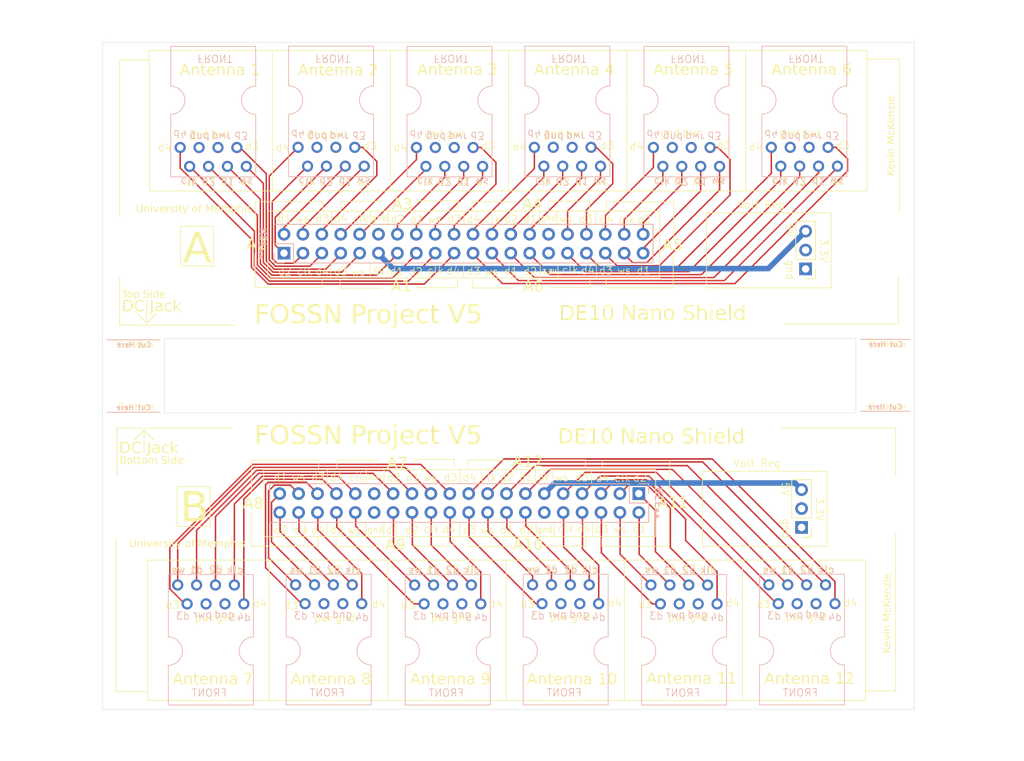
<source format=kicad_pcb>
(kicad_pcb (version 20240108) (generator "pcbnew") (generator_version "8.0")
  (layers (0 "F.Cu" signal) (1 "In1.Cu" power) (2 "In2.Cu" power) (31 "B.Cu" signal) (34 "B.Paste" user) (35 "F.Paste" user) (36 "B.SilkS" user "B.Silkscreen") (37 "F.SilkS" user "F.Silkscreen") (38 "B.Mask" user) (39 "F.Mask" user) (44 "Edge.Cuts" user))
  (net 0 "")
  (net 1 "d1")
  (net 2 "ws")
  (net 3 "d2")
  (net 4 "gnd")
  (net 5 "pwr")
  (net 6 "d4")
  (net 7 "clk")
  (net 8 "d3")
  (net 9 "5V")
  (footprint "Connector_PinHeader_2.54mm:PinHeader_1x03_P2.54mm_Vertical" (layer "F.Cu") (at 182.728494 119.51 180)
    (property "Reference" "REF**" (hide yes))
    (property "Value" "PinHeader_1x03_P2.54mm_Vertical" (hide yes))
  )
  (footprint "MountingHole:MountingHole_3mm" (layer "F.Cu") (at 193.57 81.865)
    (property "Reference" "REF**" (hide yes))
    (property "Value" "MountingHole_3mm" (hide yes))
  )
  (footprint "Connector_PinHeader_2.54mm:PinHeader_1x03_P2.54mm_Vertical" (layer "F.Cu") (at 183.268494 84.75 180)
    (property "Reference" "REF**" (hide yes))
    (property "Value" "PinHeader_1x03_P2.54mm_Vertical" (hide yes))
  )
  (footprint "MountingHole:MountingHole_3mm" (layer "F.Cu") (at 193.03 116.625)
    (property "Reference" "REF**" (hide yes))
    (property "Value" "MountingHole_3mm" (hide yes))
  )
  (footprint "MountingHole:MountingHole_3mm" (layer "F.Cu") (at 93.13 81.84)
    (property "Reference" "REF**" (hide yes))
    (property "Value" "MountingHole_3mm" (hide yes))
  )
  (footprint "MountingHole:MountingHole_3mm" (layer "F.Cu") (at 92.59 116.6)
    (property "Reference" "REF**" (hide yes))
    (property "Value" "MountingHole_3mm" (hide yes))
  )
  (footprint "Connector_RJ:RJ45_Custom_2" (layer "B.Cu") (at 178.66 68.39)
    (property "Reference" "REF**" (hide yes))
    (property "Value" "RJ45")
  )
  (footprint "Connector_RJ:RJ45_Custom_2" (layer "B.Cu") (at 187.215 129.765 180)
    (property "Reference" "REF**" (hide yes))
    (property "Value" "RJ45")
  )
  (footprint "Connector_PinSocket_2.54mm:PinSocket_2x20_P2.54mm_Vertical" (layer "B.Cu") (at 160.85 114.96 90)
    (property "Reference" "REF**")
    (property "Value" "")
  )
  (footprint "Connector_RJ:RJ45_Custom_2" (layer "B.Cu") (at 99.215 68.415)
    (property "Reference" "REF**" (hide yes))
    (property "Value" "RJ45")
  )
  (footprint "Connector_RJ:RJ45_Custom_2" (layer "B.Cu") (at 162.815 68.415)
    (property "Reference" "REF**" (hide yes))
    (property "Value" "RJ45")
  )
  (footprint "Connector_PinSocket_2.54mm:PinSocket_2x20_P2.54mm_Vertical" (layer "B.Cu") (at 113.17 82.62 -90)
    (property "Reference" "REF**")
    (property "Value" "")
  )
  (footprint "Connector_RJ:RJ45_Custom_2" (layer "B.Cu") (at 115.06 68.39)
    (property "Reference" "REF**" (hide yes))
    (property "Value" "RJ45")
  )
  (footprint "Connector_RJ:RJ45_Custom_2" (layer "B.Cu") (at 171.37 129.79 180)
    (property "Reference" "REF**" (hide yes))
    (property "Value" "RJ45")
  )
  (footprint "Connector_RJ:RJ45_Custom_2" (layer "B.Cu") (at 146.815 68.39)
    (property "Reference" "REF**" (hide yes))
    (property "Value" "RJ45")
  )
  (footprint "Connector_RJ:RJ45_Custom_2" (layer "B.Cu") (at 123.615 129.765 180)
    (property "Reference" "REF**" (hide yes))
    (property "Value" "RJ45")
  )
  (footprint "Connector_RJ:RJ45_Custom_2" (layer "B.Cu") (at 155.46 129.765 180)
    (property "Reference" "REF**" (hide yes))
    (property "Value" "RJ45")
  )
  (footprint "Connector_RJ:RJ45_Custom_2" (layer "B.Cu") (at 107.77 129.79 180)
    (property "Reference" "REF**" (hide yes))
    (property "Value" "RJ45")
  )
  (footprint "Connector_RJ:RJ45_Custom_2" (layer "B.Cu") (at 139.615 129.79 180)
    (property "Reference" "REF**" (hide yes))
    (property "Value" "RJ45")
  )
  (footprint "Connector_RJ:RJ45_Custom_2" (layer "B.Cu") (at 130.97 68.415)
    (property "Reference" "REF**" (hide yes))
    (property "Value" "RJ45")
  )
  (gr_line (start 96.52 104.03) (end 89.35 104.03) (stroke (width 0.1)) (layer "B.SilkS"))
  (gr_line (start 96.485 94.28) (end 89.37 94.28) (stroke (width 0.1)) (layer "B.SilkS"))
  (gr_line (start 197.32 103.89) (end 190.61 103.89) (stroke (width 0.1)) (layer "B.SilkS"))
  (gr_line (start 197.33 94.21) (end 190.6 94.21) (stroke (width 0.1)) (layer "B.SilkS"))
  (gr_line (start 195.35 141.475) (end 191.36 141.475) (stroke (width 0.1)) (layer "F.SilkS"))
  (gr_line (start 130.89 87.27) (end 136.47 87.27) (stroke (width 0.1)) (layer "F.SilkS"))
  (gr_line (start 117.77 120.94) (end 117.77 122.02) (stroke (width 0.1)) (layer "F.SilkS"))
  (gr_line (start 136.47 86.19) (end 136.47 87.27) (stroke (width 0.1)) (layer "F.SilkS"))
  (gr_line (start 136.04 110.36) (end 130.46 110.36) (stroke (width 0.1)) (layer "F.SilkS"))
  (gr_line (start 165.54 75.73) (end 165.54 80.34) (stroke (width 0.1)) (layer "F.SilkS"))
  (gr_line (start 94.36 109.49) (end 94.36 106.44) (stroke (width 0.1)) (layer "F.SilkS"))
  (gr_line (start 110.44 111.73) (end 163.11 111.73) (stroke (width 0.1)) (layer "F.SilkS"))
  (gr_line (start 117.835 111.54) (end 117.835 110.46) (stroke (width 0.1)) (layer "F.SilkS"))
  (gr_line (start 136.58 75.6) (end 131 75.6) (stroke (width 0.1)) (layer "F.SilkS"))
  (gr_line (start 96.47 104.02) (end 89.36 104.02) (stroke (width 0.1)) (layer "F.SilkS"))
  (gr_line (start 90.55 141.585) (end 94.86 141.585) (stroke (width 0.1)) (layer "F.SilkS"))
  (gr_line (start 156.445 86.21) (end 156.445 87.29) (stroke (width 0.1)) (layer "F.SilkS"))
  (gr_rect (start 95.07 55.37) (end 191.54 74.25) (stroke (width 0.1)) (fill none) (layer "F.SilkS"))
  (gr_line (start 94.72 92.04) (end 95.97 90.79) (stroke (width 0.1)) (layer "F.SilkS"))
  (gr_rect (start 94.84 123.905) (end 191.31 142.785) (stroke (width 0.1)) (fill none) (layer "F.SilkS"))
  (gr_line (start 137.31 84.12) (end 137.31 85.97) (stroke (width 0.1)) (layer "F.SilkS"))
  (gr_line (start 91.08 56.64) (end 91.08 77.71) (stroke (width 0.1)) (layer "F.SilkS"))
  (gr_line (start 195.88 77.11) (end 195.88 56.53) (stroke (width 0.1)) (layer "F.SilkS"))
  (gr_line (start 109.28 87.26) (end 109.28 82.65) (stroke (width 0.1)) (layer "F.SilkS"))
  (gr_line (start 153.69 110.41) (end 148.11 110.41) (stroke (width 0.1)) (layer "F.SilkS"))
  (gr_line (start 136.83 111.73) (end 136.83 113.65) (stroke (width 0.1)) (layer "F.SilkS"))
  (gr_line (start 159.27 55.39) (end 159.27 74.25) (stroke (width 0.1)) (layer "F.SilkS"))
  (gr_line (start 164.935 122.05) (end 164.935 117.44) (stroke (width 0.1)) (layer "F.SilkS"))
  (gr_line (start 149.86 77) (end 149.86 78.87) (stroke (width 0.1)) (layer "F.SilkS"))
  (gr_line (start 138 120.99) (end 138 122.07) (stroke (width 0.1)) (layer "F.SilkS"))
  (gr_line (start 195.88 56.53) (end 191.57 56.53) (stroke (width 0.1)) (layer "F.SilkS"))
  (gr_line (start 148.71 87.25) (end 154.29 87.25) (stroke (width 0.1)) (layer "F.SilkS"))
  (gr_line (start 119.45 85.97) (end 119.45 84.09) (stroke (width 0.1)) (layer "F.SilkS"))
  (gr_line (start 108.805 110.46) (end 117.835 110.46) (stroke (width 0.1)) (layer "F.SilkS"))
  (gr_line (start 138.54 86.23) (end 138.54 87.31) (stroke (width 0.1)) (layer "F.SilkS"))
  (gr_line (start 149.99 84.08) (end 149.99 85.95) (stroke (width 0.1)) (layer "F.SilkS"))
  (gr_line (start 125.87 110.42) (end 120.29 110.42) (stroke (width 0.1)) (layer "F.SilkS"))
  (gr_line (start 118.375 76.78) (end 118.375 75.7) (stroke (width 0.1)) (layer "F.SilkS"))
  (gr_line (start 91.08 85.9) (end 91.08 92.31) (stroke (width 0.1)) (layer "F.SilkS"))
  (gr_line (start 137.37 76.97) (end 137.37 78.89) (stroke (width 0.1)) (layer "F.SilkS"))
  (gr_line (start 124.76 77) (end 124.76 78.84) (stroke (width 0.1)) (layer "F.SilkS"))
  (gr_line (start 156.51 75.73) (end 165.54 75.73) (stroke (width 0.1)) (layer "F.SilkS"))
  (gr_line (start 149.45 118.84) (end 149.45 120.71) (stroke (width 0.1)) (layer "F.SilkS"))
  (gr_line (start 195.35 141.475) (end 195.35 120.405) (stroke (width 0.1)) (layer "F.SilkS"))
  (gr_line (start 94.36 106.44) (end 93.11 107.69) (stroke (width 0.1)) (layer "F.SilkS"))
  (gr_line (start 96.53 94.25) (end 89.33 94.25) (stroke (width 0.1)) (layer "F.SilkS"))
  (gr_line (start 174.78 142.785) (end 174.78 123.905) (stroke (width 0.1)) (layer "F.SilkS"))
  (gr_line (start 127.11 142.765) (end 127.11 123.905) (stroke (width 0.1)) (layer "F.SilkS"))
  (gr_line (start 149.32 111.76) (end 149.32 113.63) (stroke (width 0.1)) (layer "F.SilkS"))
  (gr_line (start 163.09 120.73) (end 118.91 120.73) (stroke (width 0.1)) (layer "F.SilkS"))
  (gr_line (start 126.61 111.75) (end 126.61 113.62) (stroke (width 0.1)) (layer "F.SilkS"))
  (gr_line (start 90.55 121.005) (end 90.55 141.585) (stroke (width 0.1)) (layer "F.SilkS"))
  (gr_line (start 110.98 85.97) (end 110.98 76.97) (stroke (width 0.1)) (layer "F.SilkS"))
  (gr_line (start 158.91 142.795) (end 158.91 123.905) (stroke (width 0.1)) (layer "F.SilkS"))
  (gr_line (start 138.54 87.31) (end 144.12 87.31) (stroke (width 0.1)) (layer "F.SilkS"))
  (gr_line (start 109.345 75.7) (end 109.345 80.31) (stroke (width 0.1)) (layer "F.SilkS"))
  (gr_line (start 127.15 76.99) (end 127.15 78.86) (stroke (width 0.1)) (layer "F.SilkS"))
  (gr_line (start 126.41 75.66) (end 120.83 75.66) (stroke (width 0.1)) (layer "F.SilkS"))
  (gr_line (start 165.475 87.29) (end 156.445 87.29) (stroke (width 0.1)) (layer "F.SilkS"))
  (gr_line (start 91.08 92.31) (end 106.47 92.31) (stroke (width 0.1)) (layer "F.SilkS"))
  (gr_rect (start 99.26 79) (end 103.68 84.35) (stroke (width 0.1)) (fill none) (layer "F.SilkS"))
  (gr_line (start 111.17 142.765) (end 111.17 123.905) (stroke (width 0.1)) (layer "F.SilkS"))
  (gr_line (start 154.23 75.65) (end 148.65 75.65) (stroke (width 0.1)) (layer "F.SilkS"))
  (gr_line (start 118.31 86.18) (end 118.31 87.26) (stroke (width 0.1)) (layer "F.SilkS"))
  (gr_line (start 120.72 87.33) (end 126.3 87.33) (stroke (width 0.1)) (layer "F.SilkS"))
  (gr_line (start 108.805 110.46) (end 108.805 115.07) (stroke (width 0.1)) (layer "F.SilkS"))
  (gr_line (start 154.29 86.17) (end 154.29 87.25) (stroke (width 0.1)) (layer "F.SilkS"))
  (gr_line (start 155.97 110.49) (end 165 110.49) (stroke (width 0.1)) (layer "F.SilkS"))
  (gr_line (start 180.44 92.14) (end 195.72 92.14) (stroke (width 0.1)) (layer "F.SilkS"))
  (gr_line (start 90.75 106.145) (end 90.75 112.555) (stroke (width 0.1)) (layer "F.SilkS"))
  (gr_line (start 130.35 122.03) (end 135.93 122.03) (stroke (width 0.1)) (layer "F.SilkS"))
  (gr_line (start 144.06 75.71) (end 138.48 75.71) (stroke (width 0.1)) (layer "F.SilkS"))
  (gr_line (start 164.935 122.05) (end 155.905 122.05) (stroke (width 0.1)) (layer "F.SilkS"))
  (gr_line (start 94.72 92.04) (end 93.44 90.76) (stroke (width 0.1)) (layer "F.SilkS"))
  (gr_line (start 197.34 103.9) (end 190.62 103.9) (stroke (width 0.1)) (layer "F.SilkS"))
  (gr_line (start 118.91 120.73) (end 118.91 118.85) (stroke (width 0.1)) (layer "F.SilkS"))
  (gr_line (start 110.98 76.97) (end 163.65 76.97) (stroke (width 0.1)) (layer "F.SilkS"))
  (gr_line (start 124.19 118.85) (end 124.19 120.69) (stroke (width 0.1)) (layer "F.SilkS"))
  (gr_rect (start 169.398494 111.958494) (end 186.15 122.04) (stroke (width 0.1)) (fill none) (layer "F.SilkS"))
  (gr_line (start 106.03 106.145) (end 90.75 106.145) (stroke (width 0.1)) (layer "F.SilkS"))
  (gr_line (start 95.97 90.79) (end 94.72 92.04) (stroke (width 0.1)) (layer "F.SilkS"))
  (gr_line (start 165.475 87.29) (end 165.475 82.68) (stroke (width 0.1)) (layer "F.SilkS"))
  (gr_line (start 163.11 120.73) (end 163.11 111.73) (stroke (width 0.1)) (layer "F.SilkS"))
  (gr_line (start 155.05 76.98) (end 155.05 78.82) (stroke (width 0.1)) (layer "F.SilkS"))
  (gr_line (start 119.01 111.74) (end 119.01 113.61) (stroke (width 0.1)) (layer "F.SilkS"))
  (gr_line (start 156.51 76.81) (end 156.51 75.73) (stroke (width 0.1)) (layer "F.SilkS"))
  (gr_line (start 124.22 111.76) (end 124.22 113.6) (stroke (width 0.1)) (layer "F.SilkS"))
  (gr_line (start 138.48 76.79) (end 138.48 75.71) (stroke (width 0.1)) (layer "F.SilkS"))
  (gr_line (start 155.97 111.57) (end 155.97 110.49) (stroke (width 0.1)) (layer "F.SilkS"))
  (gr_line (start 153.69 111.49) (end 153.69 110.41) (stroke (width 0.1)) (layer "F.SilkS"))
  (gr_line (start 119.55 76.98) (end 119.55 78.85) (stroke (width 0.1)) (layer "F.SilkS"))
  (gr_line (start 197.32 94.24) (end 190.62 94.24) (stroke (width 0.1)) (layer "F.SilkS"))
  (gr_line (start 148.17 122.01) (end 153.75 122.01) (stroke (width 0.1)) (layer "F.SilkS"))
  (gr_line (start 108.74 122.02) (end 108.74 117.41) (stroke (width 0.1)) (layer "F.SilkS"))
  (gr_line (start 94.36 106.44) (end 95.64 107.72) (stroke (width 0.1)) (layer "F.SilkS"))
  (gr_line (start 126.58 118.84) (end 126.58 120.71) (stroke (width 0.1)) (layer "F.SilkS"))
  (gr_line (start 109.345 75.7) (end 118.375 75.7) (stroke (width 0.1)) (layer "F.SilkS"))
  (gr_line (start 135.93 120.95) (end 135.93 122.03) (stroke (width 0.1)) (layer "F.SilkS"))
  (gr_line (start 138 122.07) (end 143.58 122.07) (stroke (width 0.1)) (layer "F.SilkS"))
  (gr_line (start 155.905 120.97) (end 155.905 122.05) (stroke (width 0.1)) (layer "F.SilkS"))
  (gr_line (start 127.12 84.08) (end 127.12 85.95) (stroke (width 0.1)) (layer "F.SilkS"))
  (gr_line (start 143.35 55.37) (end 143.35 74.25) (stroke (width 0.1)) (layer "F.SilkS"))
  (gr_line (start 127.47 55.36) (end 127.47 74.25) (stroke (width 0.1)) (layer "F.SilkS"))
  (gr_line (start 155.17 85.95) (end 155.17 84.08) (stroke (width 0.1)) (layer "F.SilkS"))
  (gr_line (start 93.11 107.69) (end 94.36 106.44) (stroke (width 0.1)) (layer "F.SilkS"))
  (gr_line (start 118.91 120.73) (end 110.44 120.73) (stroke (width 0.1)) (layer "F.SilkS"))
  (gr_rect (start 98.82 114.035) (end 103.24 119.385) (stroke (width 0.1)) (fill none) (layer "F.SilkS"))
  (gr_line (start 136.04 111.44) (end 136.04 110.36) (stroke (width 0.1)) (layer "F.SilkS"))
  (gr_line (start 118.31 87.26) (end 109.28 87.26) (stroke (width 0.1)) (layer "F.SilkS"))
  (gr_line (start 120.18 122.09) (end 125.76 122.09) (stroke (width 0.1)) (layer "F.SilkS"))
  (gr_line (start 154.51 111.74) (end 154.51 113.58) (stroke (width 0.1)) (layer "F.SilkS"))
  (gr_line (start 195.72 92.14) (end 195.72 85.73) (stroke (width 0.1)) (layer "F.SilkS"))
  (gr_line (start 120.72 86.25) (end 120.72 87.33) (stroke (width 0.1)) (layer "F.SilkS"))
  (gr_line (start 120.18 121.01) (end 120.18 122.09) (stroke (width 0.1)) (layer "F.SilkS"))
  (gr_line (start 147.47 77.01) (end 147.47 78.85) (stroke (width 0.1)) (layer "F.SilkS"))
  (gr_line (start 147.6 84.09) (end 147.6 85.93) (stroke (width 0.1)) (layer "F.SilkS"))
  (gr_line (start 136.77 118.88) (end 136.77 120.73) (stroke (width 0.1)) (layer "F.SilkS"))
  (gr_line (start 154.63 120.71) (end 154.63 118.84) (stroke (width 0.1)) (layer "F.SilkS"))
  (gr_line (start 154.23 76.73) (end 154.23 75.65) (stroke (width 0.1)) (layer "F.SilkS"))
  (gr_line (start 195.35 106.145) (end 179.96 106.145) (stroke (width 0.1)) (layer "F.SilkS"))
  (gr_line (start 163.63 85.97) (end 119.45 85.97) (stroke (width 0.1)) (layer "F.SilkS"))
  (gr_line (start 111.6 55.37) (end 111.6 74.25) (stroke (width 0.1)) (layer "F.SilkS"))
  (gr_line (start 163.65 85.97) (end 163.65 76.97) (stroke (width 0.1)) (layer "F.SilkS"))
  (gr_line (start 136.58 76.68) (end 136.58 75.6) (stroke (width 0.1)) (layer "F.SilkS"))
  (gr_line (start 91.08 56.64) (end 95.07 56.64) (stroke (width 0.1)) (layer "F.SilkS"))
  (gr_line (start 120.29 111.5) (end 120.29 110.42) (stroke (width 0.1)) (layer "F.SilkS"))
  (gr_line (start 120.83 76.74) (end 120.83 75.66) (stroke (width 0.1)) (layer "F.SilkS"))
  (gr_line (start 165 110.49) (end 165 115.1) (stroke (width 0.1)) (layer "F.SilkS"))
  (gr_line (start 110.44 120.73) (end 110.44 111.73) (stroke (width 0.1)) (layer "F.SilkS"))
  (gr_line (start 143.52 110.47) (end 137.94 110.47) (stroke (width 0.1)) (layer "F.SilkS"))
  (gr_line (start 94.72 88.99) (end 94.72 92.04) (stroke (width 0.1)) (layer "F.SilkS"))
  (gr_line (start 146.93 111.77) (end 146.93 113.61) (stroke (width 0.1)) (layer "F.SilkS"))
  (gr_line (start 195.35 112.555) (end 195.35 106.145) (stroke (width 0.1)) (layer "F.SilkS"))
  (gr_line (start 143.03 142.785) (end 143.03 123.905) (stroke (width 0.1)) (layer "F.SilkS"))
  (gr_line (start 147.06 118.85) (end 147.06 120.69) (stroke (width 0.1)) (layer "F.SilkS"))
  (gr_line (start 153.75 120.93) (end 153.75 122.01) (stroke (width 0.1)) (layer "F.SilkS"))
  (gr_line (start 117.77 122.02) (end 108.74 122.02) (stroke (width 0.1)) (layer "F.SilkS"))
  (gr_line (start 124.73 84.09) (end 124.73 85.93) (stroke (width 0.1)) (layer "F.SilkS"))
  (gr_line (start 119.45 85.97) (end 110.98 85.97) (stroke (width 0.1)) (layer "F.SilkS"))
  (gr_line (start 175.21 55.39) (end 175.21 74.25) (stroke (width 0.1)) (layer "F.SilkS"))
  (gr_rect (start 169.938494 77.198494) (end 186.69 87.28) (stroke (width 0.1)) (fill none) (layer "F.SilkS"))
  (gr_line (start 137.94 111.55) (end 137.94 110.47) (stroke (width 0.1)) (layer "F.SilkS"))
  (gr_line (start 88.78 143.96) (end 88.78 104.12) (stroke (width 0.05)) (layer "Edge.Cuts"))
  (gr_line (start 197.88 54.28) (end 197.88 94.12) (stroke (width 0.05)) (layer "Edge.Cuts"))
  (gr_line (start 88.78 94.12) (end 88.78 104.12) (stroke (width 0.05)) (layer "Edge.Cuts"))
  (gr_line (start 88.78 54.28) (end 197.88 54.28) (stroke (width 0.05)) (layer "Edge.Cuts"))
  (gr_line (start 97.07 94.1) (end 97.07 104.1) (stroke (width 0.05)) (layer "Edge.Cuts"))
  (gr_line (start 197.88 104.12) (end 197.88 143.96) (stroke (width 0.05)) (layer "Edge.Cuts"))
  (gr_line (start 197.88 94.12) (end 197.88 104.12) (stroke (width 0.05)) (layer "Edge.Cuts"))
  (gr_line (start 190.03 94.1) (end 97.07 94.1) (stroke (width 0.05)) (layer "Edge.Cuts"))
  (gr_line (start 97.07 104.1) (end 190.03 104.1) (stroke (width 0.05)) (layer "Edge.Cuts"))
  (gr_line (start 190.03 94.1) (end 190.03 104.1) (stroke (width 0.05)) (layer "Edge.Cuts"))
  (gr_line (start 88.78 94.12) (end 88.78 54.28) (stroke (width 0.05)) (layer "Edge.Cuts"))
  (gr_line (start 197.88 143.96) (end 88.78 143.96) (stroke (width 0.05)) (layer "Edge.Cuts"))
  (gr_text "clk" (at 99.215 72.415 -180) (layer "B.SilkS") (effects (font (size 1 1) (thickness 0.1)) (justify left bottom mirror)))
  (gr_text "ws" (at 122.86 72.39 -180) (layer "B.SilkS") (effects (font (size 1 1) (thickness 0.1)) (justify left bottom mirror)))
  (gr_text "ws" (at 107.015 72.415 -180) (layer "B.SilkS") (effects (font (size 1 1) (thickness 0.1)) (justify left bottom mirror)))
  (gr_text "ws" (at 99.97 125.79 0) (layer "B.SilkS") (effects (font (size 1 1) (thickness 0.1)) (justify left bottom mirror)))
  (gr_text "gnd\n" (at 122.415 131.765 0) (layer "B.SilkS") (effects (font (size 1 1) (thickness 0.1)) (justify left bottom mirror)))
  (gr_text "gnd\n" (at 106.57 131.79 0) (layer "B.SilkS") (effects (font (size 1 1) (thickness 0.1)) (justify left bottom mirror)))
  (gr_text "gnd\n" (at 186.015 131.765 0) (layer "B.SilkS") (effects (font (size 1 1) (thickness 0.1)) (justify left bottom mirror)))
  (gr_text "d3" (at 100.57 131.99 0) (layer "B.SilkS") (effects (font (size 1 1) (thickness 0.1)) (justify left bottom mirror)))
  (gr_text "clk" (at 146.815 72.39 -180) (layer "B.SilkS") (effects (font (size 1 1) (thickness 0.1)) (justify left bottom mirror)))
  (gr_text "d4" (at 124.615 132.165 0) (layer "B.SilkS") (effects (font (size 1 1) (thickness 0.1)) (justify left bottom mirror)))
  (gr_text "d2" (at 133.77 72.415 -180) (layer "B.SilkS") (effects (font (size 1 1) (thickness 0.1)) (justify left bottom mirror)))
  (gr_text "d3" (at 180.015 131.965 0) (layer "B.SilkS") (effects (font (size 1 1) (thickness 0.1)) (justify left bottom mirror)))
  (gr_text "d4" (at 145.815 65.99 -180) (layer "B.SilkS") (effects (font (size 1 1) (thickness 0.1)) (justify left bottom mirror)))
  (gr_text "d1" (at 134.215 125.79 0) (layer "B.SilkS") (effects (font (size 1 1) (thickness 0.1)) (justify left bottom mirror)))
  (gr_text "clk" (at 187.215 125.765 0) (layer "B.SilkS") (effects (font (size 1 1) (thickness 0.1)) (justify left bottom mirror)))
  (gr_text "clk" (at 123.615 125.765 0) (layer "B.SilkS") (effects (font (size 1 1) (thickness 0.1)) (justify left bottom mirror)))
  (gr_text "clk" (at 139.615 125.79 0) (layer "B.SilkS") (effects (font (size 1 1) (thickness 0.1)) (justify left bottom mirror)))
  (gr_text "gnd\n" (at 148.015 66.39 -180) (layer "B.SilkS") (effects (font (size 1 1) (thickness 0.1)) (justify left bottom mirror)))
  (gr_text "d4" (at 98.215 66.015 -180) (layer "B.SilkS") (effects (font (size 1 1) (thickness 0.1)) (justify left bottom mirror)))
  (gr_text "ws" (at 179.415 125.765 0) (layer "B.SilkS") (effects (font (size 1 1) (thickness 0.1)) (justify left bottom mirror)))
  (gr_text "d3" (at 138.17 66.215 -180) (layer "B.SilkS") (effects (font (size 1 1) (thickness 0.1)) (justify left bottom mirror)))
  (gr_text "gnd\n" (at 164.015 66.415 -180) (layer "B.SilkS") (effects (font (size 1 1) (thickness 0.1)) (justify left bottom mirror)))
  (gr_text "pwr" (at 151.015 66.39 -180) (layer "B.SilkS") (effects (font (size 1 1) (thickness 0.1)) (justify left bottom mirror)))
  (gr_text "pwr" (at 183.015 131.765 0) (layer "B.SilkS") (effects (font (size 1 1) (thickness 0.1)) (justify left bottom mirror)))
  (gr_text "gnd\n" (at 132.17 66.415 -180) (layer "B.SilkS") (effects (font (size 1 1) (thickness 0.1)) (justify left bottom mirror)))
  (gr_text "clk" (at 115.06 72.39 -180) (layer "B.SilkS") (effects (font (size 1 1) (thickness 0.1)) (justify left bottom mirror)))
  (gr_text "d1" (at 181.815 125.765 0) (layer "B.SilkS") (effects (font (size 1 1) (thickness 0.1)) (justify left bottom mirror)))
  (gr_text "d3" (at 154.015 66.19 -180) (layer "B.SilkS") (effects (font (size 1 1) (thickness 0.1)) (justify left bottom mirror)))
  (gr_text "gnd\n" (at 179.86 66.39 -180) (layer "B.SilkS") (effects (font (size 1 1) (thickness 0.1)) (justify left bottom mirror)))
  (gr_text "d1" (at 120.46 72.39 -180) (layer "B.SilkS") (effects (font (size 1 1) (thickness 0.1)) (justify left bottom mirror)))
  (gr_text "pwr" (at 167.015 66.415 -180) (layer "B.SilkS") (effects (font (size 1 1) (thickness 0.1)) (justify left bottom mirror)))
  (gr_text "clk" (at 171.37 125.79 0) (layer "B.SilkS") (effects (font (size 1 1) (thickness 0.1)) (justify left bottom mirror)))
  (gr_text "pwr" (at 119.26 66.39 -180) (layer "B.SilkS") (effects (font (size 1 1) (thickness 0.1)) (justify left bottom mirror)))
  (gr_text "d2" (at 168.57 125.79 0) (layer "B.SilkS") (effects (font (size 1 1) (thickness 0.1)) (justify left bottom mirror)))
  (gr_text "gnd\n" (at 170.17 131.79 0) (layer "B.SilkS") (effects (font (size 1 1) (thickness 0.1)) (justify left bottom mirror)))
  (gr_text "d3" (at 185.86 66.19 -180) (layer "B.SilkS") (effects (font (size 1 1) (thickness 0.1)) (justify left bottom mirror)))
  (gr_text "d2" (at 120.815 125.765 0) (layer "B.SilkS") (effects (font (size 1 1) (thickness 0.1)) (justify left bottom mirror)))
  (gr_text "clk" (at 178.66 72.39 -180) (layer "B.SilkS") (effects (font (size 1 1) (thickness 0.1)) (justify left bottom mirror)))
  (gr_text "pwr" (at 151.26 131.765 0) (layer "B.SilkS") (effects (font (size 1 1) (thickness 0.1)) (justify left bottom mirror)))
  (gr_text "gnd\n" (at 116.26 66.39 -180) (layer "B.SilkS") (effects (font (size 1 1) (thickness 0.1)) (justify left bottom mirror)))
  (gr_text "gnd\n" (at 138.415 131.79 0) (layer "B.SilkS") (effects (font (size 1 1) (thickness 0.1)) (justify left bottom mirror)))
  (gr_text "clk" (at 155.46 125.765 0) (layer "B.SilkS") (effects (font (size 1 1) (thickness 0.1)) (justify left bottom mirror)))
  (gr_text "d4" (at 177.66 65.99 -180) (layer "B.SilkS") (effects (font (size 1 1) (thickness 0.1)) (justify left bottom mirror)))
  (gr_text "gnd\n" (at 154.26 131.765 0) (layer "B.SilkS") (effects (font (size 1 1) (thickness 0.1)) (justify left bottom mirror)))
  (gr_text "d4" (at 161.815 66.015 -180) (layer "B.SilkS") (effects (font (size 1 1) (thickness 0.1)) (justify left bottom mirror)))
  (gr_text "d4" (at 114.06 65.99 -180) (layer "B.SilkS") (effects (font (size 1 1) (thickness 0.1)) (justify left bottom mirror)))
  (gr_text "pwr" (at 182.86 66.39 -180) (layer "B.SilkS") (effects (font (size 1 1) (thickness 0.1)) (justify left bottom mirror)))
  (gr_text "d1" (at 104.615 72.415 -180) (layer "B.SilkS") (effects (font (size 1 1) (thickness 0.1)) (justify left bottom mirror)))
  (gr_text "d4" (at 156.46 132.165 0) (layer "B.SilkS") (effects (font (size 1 1) (thickness 0.1)) (justify left bottom mirror)))
  (gr_text "d1" (at 152.215 72.39 -180) (layer "B.SilkS") (effects (font (size 1 1) (thickness 0.1)) (justify left bottom mirror)))
  (gr_text "d3" (at 170.015 66.215 -180) (layer "B.SilkS") (effects (font (size 1 1) (thickness 0.1)) (justify left bottom mirror)))
  (gr_text "Cut Here" (at 95.38 95.34 0) (layer "B.SilkS") (effects (font (size 0.7 0.7) (thickness 0.1)) (justify left bottom mirror)))
  (gr_text "d2" (at 104.97 125.79 0) (layer "B.SilkS") (effects (font (size 1 1) (thickness 0.1)) (justify left bottom mirror)))
  (gr_text "d2" (at 117.86 72.39 -180) (layer "B.SilkS") (effects (font (size 1 1) (thickness 0.1)) (justify left bottom mirror)))
  (gr_text "d2" (at 181.46 72.39 -180) (layer "B.SilkS") (effects (font (size 1 1) (thickness 0.1)) (justify left bottom mirror)))
  (gr_text "ws" (at 154.615 72.39 -180) (layer "B.SilkS") (effects (font (size 1 1) (thickness 0.1)) (justify left bottom mirror)))
  (gr_text "ws" (at 147.66 125.765 0) (layer "B.SilkS") (effects (font (size 1 1) (thickness 0.1)) (justify left bottom mirror)))
  (gr_text "d2" (at 152.66 125.765 0) (layer "B.SilkS") (effects (font (size 1 1) (thickness 0.1)) (justify left bottom mirror)))
  (gr_text "d1" (at 136.37 72.415 -180) (layer "B.SilkS") (effects (font (size 1 1) (thickness 0.1)) (justify left bottom mirror)))
  (gr_text "d1" (at 102.37 125.79 0) (layer "B.SilkS") (effects (font (size 1 1) (thickness 0.1)) (justify left bottom mirror)))
  (gr_text "d4" (at 188.215 132.165 0) (layer "B.SilkS") (effects (font (size 1 1) (thickness 0.1)) (justify left bottom mirror)))
  (gr_text "pwr" (at 167.17 131.79 0) (layer "B.SilkS") (effects (font (size 1 1) (thickness 0.1)) (justify left bottom mirror)))
  (gr_text "gnd\n" (at 100.415 66.415 -180) (layer "B.SilkS") (effects (font (size 1 1) (thickness 0.1)) (justify left bottom mirror)))
  (gr_text "d3" (at 106.415 66.215 -180) (layer "B.SilkS") (effects (font (size 1 1) (thickness 0.1)) (justify left bottom mirror)))
  (gr_text "d4" (at 140.615 132.19 0) (layer "B.SilkS") (effects (font (size 1 1) (thickness 0.1)) (justify left bottom mirror)))
  (gr_text "pwr" (at 135.415 131.79 0) (layer "B.SilkS") (effects (font (size 1 1) (thickness 0.1)) (justify left bottom mirror)))
  (gr_text "pwr" (at 119.415 131.765 0) (layer "B.SilkS") (effects (font (size 1 1) (thickness 0.1)) (justify left bottom mirror)))
  (gr_text "d4" (at 172.37 132.19 0) (layer "B.SilkS") (effects (font (size 1 1) (thickness 0.1)) (justify left bottom mirror)))
  (gr_text "d4" (at 129.97 66.015 -180) (layer "B.SilkS") (effects (font (size 1 1) (thickness 0.1)) (justify left bottom mirror)))
  (gr_text "d4" (at 108.77 132.19 0) (layer "B.SilkS") (effects (font (size 1 1) (thickness 0.1)) (justify left bottom mirror)))
  (gr_text "Cut Here" (at 196.42 95.28 0) (layer "B.SilkS") (effects (font (size 0.7 0.7) (thickness 0.1)) (justify left bottom mirror)))
  (gr_text "d2" (at 165.615 72.415 -180) (layer "B.SilkS") (effects (font (size 1 1) (thickness 0.1)) (justify left bottom mirror)))
  (gr_text "d1" (at 165.97 125.79 0) (layer "B.SilkS") (effects (font (size 1 1) (thickness 0.1)) (justify left bottom mirror)))
  (gr_text "ws" (at 163.57 125.79 0) (layer "B.SilkS") (effects (font (size 1 1) (thickness 0.1)) (justify left bottom mirror)))
  (gr_text "d2" (at 136.815 125.79 0) (layer "B.SilkS") (effects (font (size 1 1) (thickness 0.1)) (justify left bottom mirror)))
  (gr_text "d3" (at 148.26 131.965 0) (layer "B.SilkS") (effects (font (size 1 1) (thickness 0.1)) (justify left bottom mirror)))
  (gr_text "clk" (at 107.77 125.79 0) (layer "B.SilkS") (effects (font (size 1 1) (thickness 0.1)) (justify left bottom mirror)))
  (gr_text "d3" (at 116.415 131.965 0) (layer "B.SilkS") (effects (font (size 1 1) (thickness 0.1)) (justify left bottom mirror)))
  (gr_text "d2" (at 149.615 72.39 -180) (layer "B.SilkS") (effects (font (size 1 1) (thickness 0.1)) (justify left bottom mirror)))
  (gr_text "ws" (at 170.615 72.415 -180) (layer "B.SilkS") (effects (font (size 1 1) (thickness 0.1)) (justify left bottom mirror)))
  (gr_text "clk" (at 162.815 72.415 -180) (layer "B.SilkS") (effects (font (size 1 1) (thickness 0.1)) (justify left bottom mirror)))
  (gr_text "Cut Here" (at 196.3 103.7 0) (layer "B.SilkS") (effects (font (size 0.7 0.7) (thickness 0.1)) (justify left bottom mirror)))
  (gr_text "ws" (at 131.815 125.79 0) (layer "B.SilkS") (effects (font (size 1 1) (thickness 0.1)) (justify left bottom mirror)))
  (gr_text "d2" (at 102.015 72.415 -180) (layer "B.SilkS") (effects (font (size 1 1) (thickness 0.1)) (justify left bottom mirror)))
  (gr_text "d3" (at 164.17 131.99 0) (layer "B.SilkS") (effects (font (size 1 1) (thickness 0.1)) (justify left bottom mirror)))
  (gr_text "Cut Here" (at 95.32 103.8 0) (layer "B.SilkS") (effects (font (size 0.7 0.7) (thickness 0.1)) (justify left bottom mirror)))
  (gr_text "ws" (at 186.46 72.39 -180) (layer "B.SilkS") (effects (font (size 1 1) (thickness 0.1)) (justify left bottom mirror)))
  (gr_text "d1" (at 118.215 125.765 0) (layer "B.SilkS") (effects (font (size 1 1) (thickness 0.1)) (justify left bottom mirror)))
  (gr_text "pwr" (at 135.17 66.415 -180) (layer "B.SilkS") (effects (font (size 1 1) (thickness 0.1)) (justify left bottom mirror)))
  (gr_text "d3" (at 132.415 131.99 0) (layer "B.SilkS") (effects (font (size 1 1) (thickness 0.1)) (justify left bottom mirror)))
  (gr_text "d1" (at 150.06 125.765 0) (layer "B.SilkS") (effects (font (size 1 1) (thickness 0.1)) (justify left bottom mirror)))
  (gr_text "ws" (at 115.815 125.765 0) (layer "B.SilkS") (effects (font (size 1 1) (thickness 0.1)) (justify left bottom mirror)))
  (gr_text "d1" (at 184.06 72.39 -180) (layer "B.SilkS") (effects (font (size 1 1) (thickness 0.1)) (justify left bottom mirror)))
  (gr_text "clk" (at 130.97 72.415 -180) (layer "B.SilkS") (effects (font (size 1 1) (thickness 0.1)) (justify left bottom mirror)))
  (gr_text "d1" (at 168.215 72.415 -180) (layer "B.SilkS") (effects (font (size 1 1) (thickness 0.1)) (justify left bottom mirror)))
  (gr_text "pwr" (at 103.57 131.79 0) (layer "B.SilkS") (effects (font (size 1 1) (thickness 0.1)) (justify left bottom mirror)))
  (gr_text "ws" (at 138.77 72.415 -180) (layer "B.SilkS") (effects (font (size 1 1) (thickness 0.1)) (justify left bottom mirror)))
  (gr_text "d3" (at 122.26 66.19 -180) (layer "B.SilkS") (effects (font (size 1 1) (thickness 0.1)) (justify left bottom mirror)))
  (gr_text "d2" (at 184.415 125.765 0) (layer "B.SilkS") (effects (font (size 1 1) (thickness 0.1)) (justify left bottom mirror)))
  (gr_text "pwr" (at 103.415 66.415 -180) (layer "B.SilkS") (effects (font (size 1 1) (thickness 0.1)) (justify left bottom mirror)))
  (gr_text "clk" (at 147.05 73.51 0) (layer "F.SilkS") (effects (font (size 1 1) (thickness 0.1)) (justify left bottom)))
  (gr_text "5V" (at 179.978494 113.37 -90) (layer "F.SilkS") (effects (font (size 1 1) (thickness 0.1)) (justify left bottom)))
  (gr_text "d2" (at 129.35 120.46 0) (layer "F.SilkS") (effects (font (size 1 1) (thickness 0.1)) (justify left bottom)))
  (gr_text "gnd" (at 163.64 67.02 0) (layer "F.SilkS") (effects (font (size 1 1) (thickness 0.1)) (justify left bottom)))
  (gr_text "d1" (at 179.892857 125.608999 0) (layer "F.SilkS") (effects (font (size 1 1) (thickness 0.1)) (justify left bottom)))
  (gr_text "A6" (at 145.28 88.01 0) (layer "F.SilkS") (effects (font (size 1.5 1.5) (thickness 0.1)) (justify left bottom)))
  (gr_text "d3" (at 113.182857 130.588999 0) (layer "F.SilkS") (effects (font (size 1 1) (thickness 0.1)) (justify left bottom)))
  (gr_text "ws" (at 157.35 120.31 0) (layer "F.SilkS") (effects (font (size 1 1) (thickness 0.1)) (justify left bottom)))
  (gr_text "pwr" (at 180.508571 132.138999 0) (layer "F.SilkS") (effects (font (size 1 1) (thickness 0.1)) (justify left bottom)))
  (gr_text "d2" (at 145.26 85.67 0) (layer "F.SilkS") (effects (font (size 1 1) (thickness 0.1)) (justify left bottom)))
  (gr_text "d3" (at 117.32 78.57 0) (layer "F.SilkS") (effects (font (size 1 1) (thickness 0.1)) (justify left bottom)))
  (gr_text "Antenna 11" (at 161.836169 140.772997 0) (layer "F.SilkS") (effects (font (size 1.5 1.5) (thickness 0.1)) (justify left bottom)))
  (gr_text "A11" (at 163.36 117.15 0) (layer "F.SilkS") (effects (font (size 1.5 1.5) (thickness 0.1)) (justify left bottom)))
  (gr_text "A" (at 99.59 84.52 0) (layer "F.SilkS") (effects (font (size 4 4) (thickness 0.1)) (justify left bottom)))
  (gr_text "d3" (at 155.57 68.74 0) (layer "F.SilkS") (effects (font (size 1 1) (thickness 0.1)) (justify left bottom)))
  (gr_text "d3" (at 119.27 120.43 0) (layer "F.SilkS") (effects (font (size 1 1) (thickness 0.1)) (justify left bottom)))
  (gr_text "d2" (at 119.052857 125.768999 0) (layer "F.SilkS") (effects (font (size 1 1) (thickness 0.1)) (justify left bottom)))
  (gr_text "A8" (at 107.63 117.21 0) (layer "F.SilkS") (effects (font (size 1.5 1.5) (thickness 0.1)) (justify left bottom)))
  (gr_text "d2" (at 127.46 78.63 0) (layer "F.SilkS") (effects (font (size 1 1) (thickness 0.1)) (justify left bottom)))
  (gr_text "gnd" (at 131.92 67.17 0) (layer "F.SilkS") (effects (font (size 1 1) (thickness 0.1)) (justify left bottom)))
  (gr_text "ws" (at 114.67 78.59 0) (layer "F.SilkS") (effects (font (size 1 1) (thickness 0.1)) (justify left bottom)))
  (gr_text "FOSSN Project V5" (at 109.19 92.47 0) (layer "F.SilkS") (effects (font (size 2.5 2.5) (thickness 0.1)) (justify left bottom)))
  (gr_text "3.3V" (at 184.578494 115.35 -90) (layer "F.SilkS") (effects (font (size 1 1) (thickness 0.1)) (justify left bottom)))
  (gr_text "gnd" (at 179.65 67.09 0) (layer "F.SilkS") (effects (font (size 1 1) (thickness 0.1)) (justify left bottom)))
  (gr_text "gnd" (at 124.3 120.3 0) (layer "F.SilkS") (effects (font (size 0.8 0.8) (thickness 0.1)) (justify left bottom)))
  (gr_text "clk" (at 115.2 73.59 0) (layer "F.SilkS") (effects (font (size 1 1) (thickness 0.1)) (justify left bottom)))
  (gr_text "d2" (at 166.622857 125.618999 0) (layer "F.SilkS") (effects (font (size 1 1) (thickness 0.1)) (justify left bottom)))
  (gr_text "gnd" (at 116.07 67.17 0) (layer "F.SilkS") (effects (font (size 1 1) (thickness 0.1)) (justify left bottom)))
  (gr_text "gnd" (at 147.55 78.34 0) (layer "F.SilkS") (effects (font (size 0.8 0.8) (thickness 0.1)) (justify left bottom)))
  (gr_text "d1" (at 136.26 73.64 0) (layer "F.SilkS") (effects (font (size 1 1) (thickness 0.1)) (justify left bottom)))
  (gr_text "d2" (at 182.452857 125.608999 0) (layer "F.SilkS") (effects (font (size 1 1) (thickness 0.1)) (justify left bottom)))
  (gr_text "d3" (at 144.902857 130.438999 0) (layer "F.SilkS") (effects (font (size 1 1) (thickness 0.1)) (justify left bottom)))
  (gr_text "Kevin McKenzie" (at 194.85 136.46 90) (layer "F.SilkS") (effects (font (size 1 1) (thickness 0.1)) (justify left bottom)))
  (gr_text "d1" (at 164.062857 125.618999 0) (layer "F.SilkS") (effects (font (size 1 1) (thickness 0.1)) (justify left bottom)))
  (gr_text "FOSSN Project V5" (at 109.19 108.73 0) (layer "F.SilkS") (effects (font (size 2.5 2.5) (thickness 0.1)) (justify left bottom)))
  (gr_text "clk" (at 131.82 120.31 0) (layer "F.SilkS") (effects (font (size 1 1) (thickness 0.1)) (justify left bottom)))
  (gr_text "d1" (at 160.5 85.55 0) (layer "F.SilkS") (effects (font (size 1 1) (thickness 0.1)) (justify left bottom)))
  (gr_text "d3" (at 119.81 85.67 0) (layer "F.SilkS") (effects (font (size 1 1) (thickness 0.1)) (justify left bottom)))
  (gr_text "d2" (at 126.92 113.39 0) (layer "F.SilkS") (effects (font (size 1 1) (thickness 0.1)) (justify left bottom)))
  (gr_text "clk" (at 121.369523 125.818999 0) (layer "F.SilkS") (effects (font (size 1 1) (thickness 0.1)) (justify left bottom)))
  (gr_text "clk" (at 132.36 85.55 0) (layer "F.SilkS") (effects (font (size 1 1) (thickness 0.1)) (justify left bottom)))
  (gr_text "5V" (at 147.3 113.25 0) (layer "F.SilkS") (effects (font (size 0.8 0.8) (thickness 0.1)) (justify left bottom)))
  (gr_text "clk" (at 162.77 73.44 0) (layer "F.SilkS") (effects (font (size 1 1) (thickness 0.1)) (justify left bottom)))
  (gr_text "d4" (at 134.37 120.37 0) (layer "F.SilkS") (effects (font (size 1 1) (thickness 0.1)) (justify left bottom)))
  (gr_text "ws" (at 129.652857 125.698999 0) (layer "F.SilkS") (effects (font (size 1 1) (thickness 0.1)) (justify left bottom)))
  (gr_text "Volt Reg" (at 174.04 76.68 0) (layer "F.SilkS") (effects (font (size 1 1) (thickness 0.1)) (justify left bottom)))
  (gr_text "ws" (at 138.82 73.64 0) (layer "F.SilkS") (effects (font (size 1 1) (thickness 0.1)) (justify left bottom)))
  (gr_text "d4" (at 96.15 69.02 0) (layer "F.SilkS") (effects (font (size 1 1) (thickness 0.1)) (justify left bottom)))
  (gr_text "clk" (at 105.359523 125.748999 0) (layer "F.SilkS") (effects (font (size 1 1) (thickness 0.1)) (justify left bottom)))
  (gr_text "gnd" (at 100.24 67.18 0) (layer "F.SilkS") (effects (font (size 1 1) (thickness 0.1)) (justify left bottom)))
  (gr_text "d4" (at 127.83 69.01 0) (layer "F.SilkS") (effects (font (size 1 1) (thickness 0.1)) (justify left bottom)))
  (gr_text "d3" (at 128.902857 130.518999 0) (layer "F.SilkS") (effects (font (size 1 1) (thickness 0.1)) (justify left bottom)))
  (gr_text "gnd" (at 151.695714 132.089 0) (layer "F.SilkS") (effects (font (size 1 1) (thickness 0.1)) (justify left bottom)))
  (gr_text "ws" (at 107.14 73.65 0) (layer "F.SilkS") (effects (font (size 1 1) (thickness 0.1)) (justify left bottom)))
  (gr_text "ws" (at 150.05 78.62 0) (layer "F.SilkS") (effects (font (size 1 1) (thickness 0.1)) (justify left bottom)))
  (gr_text "pwr" (at 164.678571 132.148999 0) (layer "F.SilkS") (effects (font (size 1 1) (thickness 0.1)) (justify left bottom)))
  (gr_text "DC Jack" (at 91.36 90.695 0) (layer "F.SilkS") (effects (font (size 1.5 1.5) (thickness 0.1)) (justify left bottom)))
  (gr_text "ws" (at 97.922857 125.698999 0) (layer "F.SilkS") (effects (font (size 1 1) (thickness 0.1)) (justify left bottom)))
  (gr_text "clk" (at 184.769523 125.658999 0) (layer "F.SilkS") (effects (font (size 1 1) (thickness 0.1)) (justify left bottom)))
  (gr_text "d3" (at 139.57 68.82 0) (layer "F.SilkS") (effects (font (size 1 1) (thickness 0.1)) (justify left bottom)))
  (gr_text "ws" (at 157.89 85.55 0) (layer "F.SilkS") (effects (font (size 1 1) (thickness 0.1)) (justify left bottom)))
  (gr_text "Cut Here" (at 90.66 95.48 0) (layer "F.SilkS") (effects (font (size 0.8 0.8) (thickness 0.1)) (justify left bottom)))
  (gr_text "clk" (at 139.48 113.39 0) (layer "F.SilkS") (effects (font (size 1 1) (thickness 0.1)) (justify left bottom)))
  (gr_text "d2" (at 160.56 78.67 0) (layer "F.SilkS") (effects (font (size 1 1) (thickness 0.1)) (justify left bottom)))
  (gr_text "d1" (at 100.482857 125.698999 0) (layer "F.SilkS") (effects (font (size 1 1) (thickness 0.1)) (justify left bottom)))
  (gr_text "d4" (at 124.922857 130.398999 0) (layer "F.SilkS") (effects (font (size 1 1) (thickness 0.1)) (justify left bottom)))
  (gr_text "clk" (at 149.91 120.24 0) (layer "F.SilkS") (effects (font (size 1 1) (thickness 0.1)) (justify left bottom)))
  (gr_text "d4" (at 159.55 68.86 0) (layer "F.SilkS") (effects (font (size 1 1) (thickness 0.1)) (justify left bottom)))
  (gr_text "Antenna 10" (at 145.796169 140.852997 0) (layer "F.SilkS") (effects (font (size 1.5 1.5) (thickness 0.1)) (justify left bottom)))
  (gr_text "DC Jack" (at 90.98 109.765 0) (layer "F.SilkS") (effects (font (size 1.5 1.5) (thickness 0.1)) (justify left bottom)))
  (gr_text "d3" (at 107.89 68.83 0) (layer "F.SilkS") (effects (font (size 1 1) (thickness 0.1)) (justify left bottom)))
  (gr_text "A9" (at 126.75 122.78 0) (layer "F.SilkS") (effects (font (size 1.5 1.5) (thickness 0.1)) (justify left bottom)))
  (gr_text "pwr" (at 166.65 66.96 0) (layer "F.SilkS") (effects (font (size 1 1) (thickness 0.1)) (justify left bottom)))
  (gr_text "d2" (at 160.02 113.43 0) (layer "F.SilkS") (effects (font (size 1 1) (thickness 0.1)) (justify left bottom)))
  (gr_text "d4" (at 140.642857 130.328999 0) (layer "F.SilkS") (effects (font (size 1 1) (thickness 0.1)) (justify left bottom)))
  (gr_text "clk" (at 157.5 113.45 0) (layer "F.SilkS") (effects (font (size 1 1) (thickness 0.1)) (justify left bottom)))
  (gr_text "d2" (at 134.772857 125.698999 0) (layer "F.SilkS") (effects (font (size 1 1) (thickness 0.1)) (justify left bottom)))
  (gr_text "d3" (at 155.44 85.57 0) (layer "F.SilkS") (effects (font (size 1 1) (thickness 0.1)) (justify left bottom)))
  (gr_text "Bottom Side" (at 91.07 111.1 0) (layer "F.SilkS") (effects (font (size 1 1) (thickness 0.1)) (justify left bottom)))
  (gr_text "A12" (at 143.85 111.63 0) (layer "F.SilkS") (effects (font (size 1.5 1.5) (thickness 0.1)) (justify left bottom)))
  (gr_text "A7" (at 126.99 111.81 0) (layer "F.SilkS") (effects (font (size 1.5 1.5) (thickness 0.1)) (justify left bottom)))
  (gr_text "d1" (at 132.212857 125.698999 0) (layer "F.SilkS") (effects (font (size 1 1) (thickness 0.1)) (justify left bottom)))
  (gr_text "ws" (at 170.54 73.49 0) (layer "F.SilkS") (effects (font (size 1 1) (thickness 0.1)) (justify left bottom)))
  (gr_text "Antenna 12" (at 177.706169 140.802997 0) (layer "F.SilkS") (effects (font (size 1.5 1.5) (thickness 0.1)) (justify left bottom)))
  (gr_text "pwr" (at 148.828571 132.148999 0) (layer "F.SilkS") (effects (font (size 1 1) (thickness 0.1)) (justify left bottom)))
  (gr_text "d4" (at 154.98 113.43 0) (layer "F.SilkS") (effects (font (size 1 1) (thickness 0.1)) (justify left bottom)))
  (gr_text "d3" (at 97.172857 130.518999 0) (layer "F.SilkS") (effects (font (size 1 1) (thickness 0.1)) (justify left bottom)))
  (gr_text "d4" (at 188.322857 130.238999 0) (layer "F.SilkS") (effects (font (size 1 1) (thickness 0.1)) (justify left bottom)))
  (gr_text "d4" (at 172.492857 130.248999 0) (layer "F.SilkS") (effects (font (size 1 1) (thickness 0.1)) (justify left bottom)))
  (gr_text "d3" (at 137.13 120.4 0) (layer "F.SilkS") (effects (font (size 1 1) (thickness 0.1)) (justify left bottom)))
  (gr_text "Kevin McKenzie" (at 195.38 72.28 90) (layer "F.SilkS") (effects (font (size 1 1) (thickness 0.1)) (justify left bottom)))
  (gr_text "clk" (at 168.939523 125.668999 0) (layer "F.SilkS") (effects (font (size 1 1) (thickness 0.1)) (justify left bottom)))
  (gr_text "d2" (at 144.72 120.43 0) (layer "F.SilkS") (effects (font (size 1 1) (thickness 0.1)) (justify left bottom)))
  (gr_text "d2" (at 111.75 120.47 0) (layer "F.SilkS") (effects (font (size 1 1) (thickness 0.1)) (justify left bottom)))
  (gr_text "clk" (at 178.78 73.51 0) (layer "F.SilkS") (effects (font (size 1 1) (thickness 0.1)) (justify left bottom)))
  (gr_text "B" (at 99.22 119.385 0) (layer "F.SilkS") (effects (font (size 4 4) (thickness 0.1)) (justify left bottom)))
  (gr_text "A4" (at 145.17 76.99 0) (layer "F.SilkS") (effects (font (size 1.5 1.5) (thickness 0.1)) (justify left bottom)))
  (gr_text "A3" (at 127.66 76.99 0) (layer "F.SilkS") (effects (font (size 1.5 1.5) (thickness 0.1)) (justify left bottom)))
  (gr_text "Volt Reg" (at 173.5 111.44 0) (layer "F.SilkS") (effects (font (size 1 1) (thickness 0.1)) (justify left bottom)))
  (gr_text "pwr" (at 103.25 67.12 0) (layer "F.SilkS") (effects (font (size 1 1) (thickness 0.1)) (justify left bottom)))
  (gr_text "d2" (at 102.02 73.65 0) (layer "F.SilkS") (effects (font (size 1 1) (thickness 0.1)) (justify left bottom)))
  (gr_text "ws" (at 149.51 113.38 0) (layer "F.SilkS") (effects (font (size 1 1) (thickness 0.1)) (justify left bottom)))
  (gr_text "3.3V" (at 124.4 113.1 0) (layer "F.SilkS") (effects (font (size 0.6 0.6) (thickness 0.1)) (justify left bottom)))
  (gr_text "d4" (at 152.46 120.3 0) (layer "F.SilkS") (effects (font (size 1 1) (thickness 0.1)) (justify left bottom)))
  (gr_text "ws" (at 154.82 73.56 0) (layer "F.SilkS") (effects (font (size 1 1) (thickness 0.1)) (justify left bottom)))
  (gr_text "gnd" (at 183.375714 132.079 0) (layer "F.SilkS") (effects (font (size 1 1) (thickness 0.1)) (justify left bottom)))
  (gr_text "d1" (at 130.04 78.63 0) (layer "F.SilkS") (effects (font (size 1 1) (thickness 0.1)) (justify left bottom)))
  (gr_text "ws" (at 113.932857 125.768999 0) (layer "F.SilkS") (effects (font (size 1 1) (thickness 0.1)) (justify left bottom)))
  (gr_text "gnd" (at 180.638494 83.46 -90) (layer "F.SilkS") (effects (font (size 1 1) (thickness 0.1)) (justify left bottom)))
  (gr_text "d1" (at 148.212857 125.618999 0) (layer "F.SilkS") (effects (font (size 1 1) (thickness 0.1)) (justify left bottom)))
  (gr_text "d1" (at 127.31 85.67 0) (layer "F.SilkS") (effects (font (size 1 1) (thickness 0.1)) (justify left bottom)))
  (gr_text "clk" (at 158.04 78.69 0) (layer "F.SilkS") (effects (font (size 1 1) (thickness 0.1)) (justify left bottom)))
  (gr_text "d2" (at 181.43 73.56 0) (layer "F.SilkS") (effects (font (size 1 1) (thickness 0.1)) (justify left bottom)))
  (gr_text "clk" (at 121.78 113.35 0) (layer "F.SilkS") (effects (font (size 1 1) (thickness 0.1)) (justify left bottom)))
  (gr_text "Antenna 2" (at 115.02 58.97 0) (layer "F.SilkS") (effects (font (size 1.5 1.5) (thickness 0.1)) (justify left bottom)))
  (gr_text "5V" (at 125.14 85.58 0) (layer "F.SilkS") (effects (font (size 0.8 0.8) (thickness 0.1)) (justify left bottom)))
  (gr_text "clk" (at 137.089523 125.748999 0) (layer "F.SilkS") (effects (font (size 1 1) (thickness 0.1)) (justify left bottom)))
  (gr_text "d1" (at 167.98 73.49 0) (layer "F.SilkS") (effects (font (size 1 1) (thickness 0.1)) (justify left bottom)))
  (gr_text "A5" (at 163.97 82.48 0) (layer "F.SilkS") (effects (font (size 1.5 1.5) (thickness 0.1)) (justify left bottom)))
  (gr_text "d4" (at 119.26 113.33 0) (layer "F.SilkS") (effects (font (size 1 1) (thickness 0.1)) (justify left bottom)))
  (gr_text "d1" (at 183.99 73.56 0) (layer "F.SilkS") (effects (font (size 1 1) (thickness 0.1)) (justify left bottom)))
  (gr_text "ws" (at 132.42 78.63 0) (layer "F.SilkS") (effects (font (size 1 1) (thickness 0.1)) (justify left bottom)))
  (gr_text "d3" (at 152.19 113.38 0) (layer "F.SilkS") (effects (font (size 1 1) (thickness 0.1)) (justify left bottom)))
  (gr_text "pwr" (at 101.098571 132.228999 0) (layer "F.SilkS") (effects (font (size 1 1) (thickness 0.1)) (justify left bottom)))
  (gr_text "d1" (at 116.492857 125.768999 0) (layer "F.SilkS") (effects (font (size 1 1) (thickness 0.1)) (justify left bottom)))
  (gr_text "d4" (at 137.1 113.37 0) (layer "F.SilkS") (effects (font (size 1 1) (thickness 0.1)) (justify left bottom)))
  (gr_text "d3" (at 123.72 68.82 0) (layer "F.SilkS") (effects (font (size 1 1) (thickness 0.1)) (justify left bottom)))
  (gr_text "d3" (at 134.56 113.39 0) (layer "F.SilkS") (effects (font (size 1 1) (thickness 0.1)) (justify left bottom)))
  (gr_text "d3" (at 137.67 85.64 0) (layer "F.SilkS") (effects (font (size 1 1) (thickness 0.1)) (justify left bottom)))
  (gr_text "ws" (at 177.332857 125.608999 0) (layer "F.SilkS") (effects (font (size 1 1) (thickness 0.1)) (justify left bottom)))
  (gr_text "pwr" (at 132.828571 132.228999 0) (layer "F.SilkS") (effects (font (size 1 1) (thickness 0.1)) (justify left bottom)))
  (gr_text "3.3V" (at 185.118494 80.59 -90) (layer "F.SilkS") (effects (font (size 1 1) (thickness 0.1)) (justify left bottom)))
  (gr_text "gnd" (at 119.975714 132.239 0) (layer "F.SilkS") (effects (font (size 1 1) (thickness 0.1)) (justify left bottom)))
  (gr_text "A2" (at 108.09 82.41 0) (layer "F.SilkS") (effects (font (size 1.5 1.5) (thickness 0.1)) (justify left bottom)))
  (gr_text "d3" (at 171.29 68.67 0) (layer "F.SilkS") (effects (font (size 1 1) (thickness 0.1)) (justify left bottom)))
  (gr_text "Antenna 3" (at 131.06 58.89 0) (layer "F.SilkS") (effects (font (size 1.5 1.5) (thickness 0.1)) (justify left bottom)))
  (gr_text "gnd" (at 167.545714 132.089 0) (layer "F.SilkS") (effects (font (size 1 1) (thickness 0.1)) (justify left bottom)))
  (gr_text "d3" (at 116.78 113.33 0) (layer "F.SilkS") (effects (font (size 1 1) (thickness 0.1)) (justify left bottom)))
  (gr_text "d1" (at 129.5 113.39 0) (layer "F.SilkS") (effects (font (size 1 1) (thickness 0.1)) (justify left bottom)))
  (gr_text "d2" (at 165.42 73.49 0) (layer "F.SilkS") (effects (font (size 1 1) (thickness 0.1)) (justify left bottom)))
  (gr_text "clk" (at 150.45 85.48 0) (layer "F.SilkS") (effects (font (size 1 1) (thickness 0.1)) (justify left bottom)))
  (gr_text "clk" (at 114.28 120.46 0) (layer "F.SilkS") (effects (font (size 1 1) (thickness 0.1)) (justify left bottom)))
  (gr_text "Antenna 8" (at 114.056169 140.852997 0) (layer "F.SilkS") (effects (font (size 1.5 1.5) (thickness 0.1)) (justify left bottom)))
  (gr_text "ws" (at 139.52 120.45 0) (layer "F.SilkS") (effects (font (size 1 1) (thickness 0.1)) (justify left bottom)))
  (gr_text "Antenna 5" (at 162.8 58.89 0) (layer "F.SilkS") (effects (font (size 1.5 1.5) (thickness 0.1)) (justify left bottom)))
  (gr_text "d1" (at 112.24 78.57 0) (layer "F.SilkS") (effects (font (size 1 1) (thickness 0.1)) (justify left bottom)))
  (gr_text "5V" (at 180.518494 78.61 -90) (layer "F.SilkS") (effects (font (size 1 1) (thickness 0.1)) (justify left bottom)))
  (gr_text "d2" (at 149.7 73.56 0) (layer "F.SilkS") (effects (font (size 1 1) (thickness 0.1)) (justify left bottom)))
  (gr_text "d1" (at 145.26 78.61 0) (layer "F.SilkS") (effects (font (size 1 1) (thickness 0.1)) (justify left bottom)))
  (gr_text "d1" (at 142.68 85.64 0) (layer "F.SilkS") (effects (font (size 1 1) (thickness 0.1)) (justify left bottom)))
  (gr_text "d3" (at 154.9 120.33 0) (layer "F.SilkS") (effects (font (size 1 1) (thickness 0.1)) (justify left bottom)))
  (gr_text "d1" (at 111.7 113.33 0) (layer "F.SilkS") (effects (font (size 1 1) (thickness 0.1)) (justify left bottom)))
  (gr_text "University of Memphis" (at 93.26 77.29 0) (layer "F.SilkS") (effects (font (size 1 1) (thickness 0.1)) (justify left bottom)))
  (gr_text "gnd" (at 103.965714 132.169 0) (layer "F.SilkS") (effects (font (size 1 1) (thickness 0.1)) (justify left bottom)))
  (gr_text "gnd" (at 147.1 120.25 0) (layer "F.SilkS") (effects (font (size 0.8 0.8) (thickness 0.1)) (justify left bottom)))
  (gr_text "d4" (at 155.52 78.67 0) (layer "F.SilkS") (effects (font (size 1 1) (thickness 0.1)) (justify left bottom)))
  (gr_text "Top Side" (at 91.41 88.8 0) (layer "F.SilkS") (effects (font (size 1 1) (thickness 0.1)) (justify left bottom)))
  (gr_text "gnd" (at 180.098494 118.22 -90) (layer "F.SilkS") (effects (font (size 1 1) (thickness 0.1)) (justify left bottom)))
  (gr_text "d4" (at 153 85.54 0) (layer "F.SilkS") (effects (font (size 1 1) (thickness 0.1)) (justify left bottom)))
  (gr_text "clk" (at 99.37 73.6 0) (layer "F.SilkS") (effects (font (size 1 1) (thickness 0.1)) (justify left bottom)))
  (gr_text "A10" (at 143.9 122.78 0) (layer "F.SilkS") (effects (font (size 1.5 1.5) (thickness 0.1)) (justify left bottom)))
  (gr_text "d3" (at 152.73 78.62 0) (layer "F.SilkS") (effects (font (size 1 1) (thickness 0.1)) (justify left bottom)))
  (gr_text "clk" (at 122.32 78.59 0) (layer "F.SilkS") (effects (font (size 1 1) (thickness 0.1)) (justify left bottom)))
  (gr_text "3.3V" (at 147.78 85.46 0) (layer "F.SilkS") (effects (font (size 0.6 0.6) (thickness 0.1)) (justify left bottom)))
  (gr_text "ws" (at 161.502857 125.618999 0) (layer "F.SilkS") (effects (font (size 1 1) (thickness 0.1)) (justify left bottom)))
  (gr_text "d2" (at 133.7 73.64 0) (layer "F.SilkS") (effects (font (size 1 1) (thickness 0.1)) (justify left bottom)))
  (gr_text "pwr" (at 117.108571 132.298999 0) (layer "F.SilkS") (effects (font (size 1 1) (thickness 0.1)) (justify left bottom)))
  (gr_text "pwr" (at 134.93 67.11 0) (layer "F.SilkS") (effects (font (size 1 1) (thickness 0.1)) (justify left bottom)))
  (gr_text "d2" (at 129.89 85.7 0) (layer "F.SilkS") (effects (font (size 1 1) (thickness 0.1)) (justify left bottom)))
  (gr_text "ws" (at 122.97 73.64 0) (layer "F.SilkS") (effects (font (size 1 1) (thickness 0.1)) (justify left bottom)))
  (gr_text "gnd" (at 124.84 78.33 0) (layer "F.SilkS") (effects (font (size 0.8 0.8) (thickness 0.1)) (justify left bottom)))
  (gr_text "University of Memphis" (at 92.35 122.31 0) (layer "F.SilkS") (effects (font (size 1 1) (thickness 0.1)) (justify left bottom)))
  (gr_text "d2" (at 112.29 85.71 0) (layer "F.SilkS") (effects (font (size 1 1) (thickness 0.1)) (justify left bottom)))
  (gr_text "pwr" (at 182.66 67.03 0) (layer "F.SilkS") (effects (font (size 1 1) (thickness 0.1)) (justify left bottom)))
  (gr_text "pwr" (at 150.93 67.03 0) (layer "F.SilkS") (effects (font (size 1 1) (thickness 0.1)) (justify left bottom)))
  (gr_text "clk" (at 140.02 78.63 0) (layer "F.SilkS") (effects (font (size 1 1) (thickness 0.1)) (justify left bottom)))
  (gr_text "d1" (at 142.14 120.4 0) (layer "F.SilkS") (effects (font (size 1 1) (thickness 0.1)) (justify left bottom)))
  (gr_text "d3" (at 160.752857 130.438999 0) (layer "F.SilkS") (effects (font (size 1 1) (thickness 0.1)) (justify left bottom)))
  (gr_text "Antenna 6" (at 178.67 58.89 0) (layer "F.SilkS") (effects (font (size 1.5 1.5) (thickness 0.1)) (justify left bottom)))
  (gr_text "d3" (at 187.3 68.74 0) (layer "F.SilkS") (effects (font (size 1 1) (thickness 0.1)) (justify left bottom)))
  (gr_text "d4" (at 111.98 69.01 0) (layer "F.SilkS") (effects (font (size 1 1) (thickness 0.1)) (justify left bottom)))
  (gr_text "ws" (at 121.66 120.48 0) (layer "F.SilkS") (effects (font (size 1 1) (thickness 0.1)) (justify left bottom)))
  (gr_text "d1" (at 159.96 120.31 0) (layer "F.SilkS") (effects (font (size 1 1) (thickness 0.1)) (justify left bottom)))
  (gr_text "clk" (at 114.82 85.7 0) (layer "F.SilkS") (effects (font (size 1 1) (thickness 0.1)) (justify left bottom)))
  (gr_text "Antenna 1" (at 99.15 58.94 0) (layer "F.SilkS") (effects (font (size 1.5 1.5) (thickness 0.1)) (justify left bottom)))
  (gr_text "d2" (at 117.85 73.64 0) (layer "F.SilkS") (effects (font (size 1 1) (thickness 0.1)) (justify left bottom)))
  (gr_text "A1" (at 127.52 88.02 0) (layer "F.SilkS") (effects (font (size 1.5 1.5) (thickness 0.1)) (justify left bottom)))
  (gr_text "d4" (at 175.56 68.93 0) (layer "F.SilkS") (effects (font (size 1 1) (thickness 0.1)) (justify left bottom)))
  (gr_text "d4" (at 117.32 85.67 0) (layer "F.SilkS") (effects (font (size 1 1) (thickness 0.1)) (justify left bottom)))
  (gr_text "pwr" (at 119.08 67.11 0) (layer "F.SilkS") (effects (font (size 1 1) (thickness 0.1)) (justify left bottom)))
  (gr_text "d2" (at 142.14 113.37 0) (layer "F.SilkS") (effects (font (size 1 1) (thickness 0.1)) (justify left bottom)))
  (gr_text "DE10 Nano Shield" (at 150.12 91.97 0) (layer "F.SilkS") (effects (font (size 2 2) (thickness 0.1)) (justify left bottom)))
  (gr_text "Antenna 7" (at 98.186169 140.852997 0) (layer "F.SilkS") (effects (font (size 1.5 1.5) (thickness 0.1)) (justify left bottom)))
  (gr_text "clk" (at 153.089523 125.668999 0) (layer "F.SilkS") (effects (font (size 1 1) (thickness 0.1)) (justify left bottom)))
  (gr_text "ws" (at 186.55 73.56 0) (layer "F.SilkS") (effects (font (size 1 1) (thickness 0.1)) (justify left bottom)))
  (gr_text "d4" (at 137.64 78.61 0) (layer "F.SilkS") (effects (font (size 1 1) (thickness 0.1)) (justify left bottom)))
  (gr_text "d3" (at 135.1 78.63 0) (layer "F.SilkS") (effects (font (size 1 1) (thickness 0.1)) (justify left bottom)))
  (gr_text "ws" (at 122.2 85.72 0) (layer "F.SilkS") (effects (font (size 1 1) (thickness 0.1)) (justify left bottom)))
  (gr_text "gnd" (at 147.92 67.09 0) (layer "F.SilkS") (effects (font (size 1 1) (thickness 0.1)) (justify left bottom)))
  (gr_text "gnd" (at 135.695714 132.169 0) (layer "F.SilkS") (effects (font (size 1 1) (thickness 0.1)) (justify left bottom)))
  (gr_text "Antenna 4" (at 146.76 58.89 0) (layer "F.SilkS") (effects (font (size 1.5 1.5) (thickness 0.1)) (justify left bottom)))
  (gr_text "clk" (at 131.05 73.59 0) (layer "F.SilkS") (effects (font (size 1 1) (thickness 0.1)) (justify left bottom)))
  (gr_text "d1" (at 152.26 73.56 0) (layer "F.SilkS") (effects (font (size 1 1) (thickness 0.1)) (justify left bottom)))
  (gr_text "ws" (at 140.06 85.69 0) (layer "F.SilkS") (effects (font (size 1 1) (thickness 0.1)) (justify left bottom)))
  (gr_text "d1" (at 126.77 120.43 0) (layer "F.SilkS") (effects (font (size 1 1) (thickness 0.1)) (justify left bottom)))
  (gr_text "Cut Here" (at 90.82 103.78 0) (layer "F.SilkS") (effects (font (size 0.8 0.8) (thickness 0.1)) (justify left bottom)))
  (gr_text "d4" (at 119.8 78.57 0) (layer "F.SilkS") (effects (font (size 1 1) (thickness 0.1)) (justify left bottom)))
  (gr_text "d1" (at 144.72 113.37 0) (layer "F.SilkS") (effects (font (size 1 1) (thickness 0.1)) (justify left bottom)))
  (gr_text "d2" (at 142.68 78.61 0) (layer "F.SilkS") (effects (font (size 1 1) (thickness 0.1)) (justify left bottom)))
  (gr_text "d4" (at 143.83 68.93 0) (layer "F.SilkS") (effects (font (size 1 1) (thickness 0.1)) (justify left bottom)))
  (gr_text "d1" (at 104.58 73.65 0) (layer "F.SilkS") (effects (font (size 1 1) (thickness 0.1)) (justify left bottom)))
  (gr_text "d4" (at 134.91 85.61 0) (layer "F.SilkS") (effects (font (size 1 1) (thickness 0.1)) (justify left bottom)))
  (gr_text "d1" (at 120.41 73.64 0) (layer "F.SilkS") (effects (font (size 1 1) (thickness 0.1)) (justify left bottom)))
  (gr_text "ws" (at 131.88 113.39 0) (layer "F.SilkS") (effects (font (size 1 1) (thickness 0.1)) (justify left bottom)))
  (gr_text "d3" (at 176.582857 130.428999 0) (layer "F.SilkS") (effects (font (size 1 1) (thickness 0.1)) (justify left bottom)))
  (gr_text "Cut Here" (at 191.77 95.41 0) (layer "F.SilkS") (effects (font (size 0.8 0.8) (thickness 0.1)) (justify left bottom)))
  (gr_text "Cut Here" (at 191.74 103.81 0) (layer "F.SilkS") (effects (font (size 0.8 0.8) (thickness 0.1)) (justify left bottom)))
  (gr_text "DE10 Nano Shield" (at 149.96 108.56 0) (layer "F.SilkS") (effects (font (size 2 2) (thickness 0.1)) (justify left bottom)))
  (gr_text "d2" (at 103.042857 125.698999 0) (layer "F.SilkS") (effects (font (size 1 1) (thickness 0.1)) (justify left bottom)))
  (gr_text "ws" (at 114.13 113.35 0) (layer "F.SilkS") (effects (font (size 1 1) (thickness 0.1)) (justify left bottom)))
  (gr_text "d4" (at 156.642857 130.248999 0) (layer "F.SilkS") (effects (font (size 1 1) (thickness 0.1)) (justify left bottom)))
  (gr_text "d4" (at 108.912857 130.328999 0) (layer "F.SilkS") (effects (font (size 1 1) (thickness 0.1)) (justify left bottom)))
  (gr_text "d2" (at 150.772857 125.618999 0) (layer "F.SilkS") (effects (font (size 1 1) (thickness 0.1)) (justify left bottom)))
  (gr_text "ws" (at 145.652857 125.618999 0) (layer "F.SilkS") (effects (font (size 1 1) (thickness 0.1)) (justify left bottom)))
  (gr_text "d4" (at 116.78 120.43 0) (layer "F.SilkS") (effects (font (size 1 1) (thickness 0.1)) (justify left bottom)))
  (gr_text "Antenna 9" (at 130.096169 140.852997 0) (layer "F.SilkS") (effects (font (size 1.5 1.5) (thickness 0.1)) (justify left bottom)))
  (segment (start 146.2 79.49) (end 146.2 80.22) (width 0.2) (layer "F.Cu") (net 1))
  (segment (start 145.66 114.98) (end 148.94 111.7) (width 0.2) (layer "F.Cu") (net 1))
  (segment (start 121.41 70.93) (end 113.18 79.16) (width 0.2) (layer "F.Cu") (net 1))
  (segment (start 125.6 85.58) (end 128.42 82.76) (width 0.2) (layer "F.Cu") (net 1))
  (segment (start 161.44 81.97) (end 169.165 74.245) (width 0.2) (layer "F.Cu") (net 1))
  (segment (start 165.34 111.7) (end 180.865 127.225) (width 0.2) (layer "F.Cu") (net 1))
  (segment (start 170.94 85.91) (end 146.81 85.91) (width 0.2) (layer "F.Cu") (net 1))
  (segment (start 146.81 85.91) (end 143.66 82.76) (width 0.2) (layer "F.Cu") (net 1))
  (segment (start 127.27 111.83) (end 109.49 111.83) (width 0.2) (layer "F.Cu") (net 1))
  (segment (start 149.11 125.58) (end 149.11 127.225) (width 0.2) (layer "F.Cu") (net 1))
  (segment (start 127.88 121.865) (end 133.265 127.25) (width 0.2) (layer "F.Cu") (net 1))
  (segment (start 153.165 72.525) (end 146.2 79.49) (width 0.2) (layer "F.Cu") (net 1))
  (segment (start 127.88 117.52) (end 127.88 121.865) (width 0.2) (layer "F.Cu") (net 1))
  (segment (start 101.42 119.9) (end 101.42 127.25) (width 0.2) (layer "F.Cu") (net 1))
  (segment (start 111.49 121.45) (end 117.265 127.225) (width 0.2) (layer "F.Cu") (net 1))
  (segment (start 111.49 116.13) (end 111.49 121.45) (width 0.2) (layer "F.Cu") (net 1))
  (segment (start 153.165 70.93) (end 153.165 72.525) (width 0.2) (layer "F.Cu") (net 1))
  (segment (start 105.565 70.955) (end 109.99 75.38) (width 0.2) (layer "F.Cu") (net 1))
  (segment (start 130.96 80.22) (end 130.96 78.84) (width 0.2) (layer "F.Cu") (net 1))
  (segment (start 113.18 79.16) (end 113.18 80.22) (width 0.2) (layer "F.Cu") (net 1))
  (segment (start 130.42 114.98) (end 127.27 111.83) (width 0.2) (layer "F.Cu") (net 1))
  (segment (start 112.64 114.98) (end 111.49 116.13) (width 0.2) (layer "F.Cu") (net 1))
  (segment (start 185.01 71.84) (end 170.94 85.91) (width 0.2) (layer "F.Cu") (net 1))
  (segment (start 160.9 117.52) (end 160.9 123.13) (width 0.2) (layer "F.Cu") (net 1))
  (segment (start 137.32 72.48) (end 137.32 70.955) (width 0.2) (layer "F.Cu") (net 1))
  (segment (start 111.527058 85.58) (end 125.6 85.58) (width 0.2) (layer "F.Cu") (net 1))
  (segment (start 143.12 119.59) (end 149.11 125.58) (width 0.2) (layer "F.Cu") (net 1))
  (segment (start 109.99 75.38) (end 109.99 84.042942) (width 0.2) (layer "F.Cu") (net 1))
  (segment (start 161.44 82.76) (end 161.44 81.97) (width 0.2) (layer "F.Cu") (net 1))
  (segment (start 109.99 84.042942) (end 111.527058 85.58) (width 0.2) (layer "F.Cu") (net 1))
  (segment (start 185.01 70.93) (end 185.01 71.84) (width 0.2) (layer "F.Cu") (net 1))
  (segment (start 160.9 123.13) (end 165.02 127.25) (width 0.2) (layer "F.Cu") (net 1))
  (segment (start 169.165 74.245) (end 169.165 70.955) (width 0.2) (layer "F.Cu") (net 1))
  (segment (start 143.12 117.52) (end 143.12 119.59) (width 0.2) (layer "F.Cu") (net 1))
  (segment (start 148.94 111.7) (end 165.34 111.7) (width 0.2) (layer "F.Cu") (net 1))
  (segment (start 109.49 111.83) (end 101.42 119.9) (width 0.2) (layer "F.Cu") (net 1))
  (segment (start 130.96 78.84) (end 137.32 72.48) (width 0.2) (layer "F.Cu") (net 1))
  (segment (start 172.35 86.31) (end 144.67 86.31) (width 0.2) (layer "F.Cu") (net 2))
  (segment (start 158.9 82.76) (end 160.05 83.91) (width 0.2) (layer "F.Cu") (net 2))
  (segment (start 110.39 73.24) (end 110.39 83.877256) (width 0.2) (layer "F.Cu") (net 2))
  (segment (start 108.105 70.955) (end 110.39 73.24) (width 0.2) (layer "F.Cu") (net 2))
  (segment (start 132.96 114.98) (end 129.41 111.43) (width 0.2) (layer "F.Cu") (net 2))
  (segment (start 187.55 71.11) (end 172.35 86.31) (width 0.2) (layer "F.Cu") (net 2))
  (segment (start 111.09 123.59) (end 114.725 127.225) (width 0.2) (layer "F.Cu") (net 2))
  (segment (start 146.57 126.03) (end 146.57 127.225) (width 0.2) (layer "F.Cu") (net 2))
  (segment (start 140.58 120.04) (end 146.57 126.03) (width 0.2) (layer "F.Cu") (net 2))
  (segment (start 155.705 72.525) (end 155.705 70.93) (width 0.2) (layer "F.Cu") (net 2))
  (segment (start 115.18 114.98) (end 114.03 113.83) (width 0.2) (layer "F.Cu") (net 2))
  (segment (start 122.8 117.52) (end 122.8 119.325) (width 0.2) (layer "F.Cu") (net 2))
  (segment (start 153.62 112.1) (end 163.2 112.1) (width 0.2) (layer "F.Cu") (net 2))
  (segment (start 140.58 117.52) (end 140.58 120.04) (width 0.2) (layer "F.Cu") (net 2))
  (segment (start 158.34 117.54) (end 158.34 123.11) (width 0.2) (layer "F.Cu") (net 2))
  (segment (start 139.86 72.51) (end 139.86 70.955) (width 0.2) (layer "F.Cu") (net 2))
  (segment (start 163.2 112.1) (end 178.325 127.225) (width 0.2) (layer "F.Cu") (net 2))
  (segment (start 122.8 119.325) (end 130.725 127.25) (width 0.2) (layer "F.Cu") (net 2))
  (segment (start 150.74 114.98) (end 153.62 112.1) (width 0.2) (layer "F.Cu") (net 2))
  (segment (start 151.28 80.22) (end 151.28 76.95) (width 0.2) (layer "F.Cu") (net 2))
  (segment (start 133.5 80.22) (end 133.5 78.87) (width 0.2) (layer "F.Cu") (net 2))
  (segment (start 120.92 85.18) (end 123.34 82.76) (width 0.2) (layer "F.Cu") (net 2))
  (segment (start 158.36 117.52) (end 158.34 117.54) (width 0.2) (layer "F.Cu") (net 2))
  (segment (start 187.55 70.93) (end 187.55 71.11) (width 0.2) (layer "F.Cu") (net 2))
  (segment (start 158.34 123.11) (end 162.48 127.25) (width 0.2) (layer "F.Cu") (net 2))
  (segment (start 171.705 74.121346) (end 171.705 70.955) (width 0.2) (layer "F.Cu") (net 2))
  (segment (start 115.72 79.16) (end 115.72 80.22) (width 0.2) (layer "F.Cu") (net 2))
  (segment (start 160.05 83.91) (end 161.916346 83.91) (width 0.2) (layer "F.Cu") (net 2))
  (segment (start 161.916346 83.91) (end 171.705 74.121346) (width 0.2) (layer "F.Cu") (net 2))
  (segment (start 123.95 70.93) (end 115.72 79.16) (width 0.2) (layer "F.Cu") (net 2))
  (segment (start 111.09 114.61) (end 111.09 123.59) (width 0.2) (layer "F.Cu") (net 2))
  (segment (start 133.5 78.87) (end 139.86 72.51) (width 0.2) (layer "F.Cu") (net 2))
  (segment (start 110.39 83.877256) (end 111.692744 85.18) (width 0.2) (layer "F.Cu") (net 2))
  (segment (start 111.692744 85.18) (end 120.92 85.18) (width 0.2) (layer "F.Cu") (net 2))
  (segment (start 129.41 111.43) (end 109.13 111.43) (width 0.2) (layer "F.Cu") (net 2))
  (segment (start 109.13 111.43) (end 98.88 121.68) (width 0.2) (layer "F.Cu") (net 2))
  (segment (start 98.88 121.68) (end 98.88 127.25) (width 0.2) (layer "F.Cu") (net 2))
  (segment (start 151.28 76.95) (end 155.705 72.525) (width 0.2) (layer "F.Cu") (net 2))
  (segment (start 114.03 113.83) (end 111.87 113.83) (width 0.2) (layer "F.Cu") (net 2))
  (segment (start 144.67 86.31) (end 141.12 82.76) (width 0.2) (layer "F.Cu") (net 2))
  (segment (start 111.87 113.83) (end 111.09 114.61) (width 0.2) (layer "F.Cu") (net 2))
  (segment (start 146.9 111.2) (end 167.38 111.2) (width 0.2) (layer "F.Cu") (net 3))
  (segment (start 127.74 85.98) (end 130.96 82.76) (width 0.2) (layer "F.Cu") (net 3))
  (segment (start 145.66 119.32) (end 151.65 125.31) (width 0.2) (layer "F.Cu") (net 3))
  (segment (start 103.96 118.04) (end 103.96 127.25) (width 0.2) (layer "F.Cu") (net 3))
  (segment (start 169.28 85.51) (end 148.95 85.51) (width 0.2) (layer "F.Cu") (net 3))
  (segment (start 167.38 111.2) (end 183.405 127.225) (width 0.2) (layer "F.Cu") (net 3))
  (segment (start 151.65 125.31) (end 151.65 127.225) (width 0.2) (layer "F.Cu") (net 3))
  (segment (start 128.42 78.76) (end 134.78 72.4) (width 0.2) (layer "F.Cu") (net 3))
  (segment (start 125.13 112.23) (end 109.77 112.23) (width 0.2) (layer "F.Cu") (net 3))
  (segment (start 134.78 72.4) (end 134.78 70.955) (width 0.2) (layer "F.Cu") (net 3))
  (segment (start 160.9 114.98) (end 160.9 115.04) (width 0.2) (layer "F.Cu") (net 3))
  (segment (start 160.9 115.04) (end 163.08 117.22) (width 0.2) (layer "F.Cu") (net 3))
  (segment (start 163.08 117.22) (end 163.08 122.77) (width 0.2) (layer "F.Cu") (net 3))
  (segment (start 118.87 70.93) (end 111.99 77.81) (width 0.2) (layer "F.Cu") (net 3))
  (segment (start 148.95 85.51) (end 146.2 82.76) (width 0.2) (layer "F.Cu") (net 3))
  (segment (start 143.66 79.57) (end 143.66 80.22) (width 0.2) (layer "F.Cu") (net 3))
  (segment (start 161.44 80.22) (end 161.44 78.53) (width 0.2) (layer "F.Cu") (net 3))
  (segment (start 109.59 84.208628) (end 111.361372 85.98) (width 0.2) (layer "F.Cu") (net 3))
  (segment (start 163.08 122.77) (end 167.56 127.25) (width 0.2) (layer "F.Cu") (net 3))
  (segment (start 109.77 112.23) (end 103.96 118.04) (width 0.2) (layer "F.Cu") (net 3))
  (segment (start 182.47 72.32) (end 169.28 85.51) (width 0.2) (layer "F.Cu") (net 3))
  (segment (start 150.625 72.605) (end 143.66 79.57) (width 0.2) (layer "F.Cu") (net 3))
  (segment (start 145.66 117.52) (end 145.66 119.32) (width 0.2) (layer "F.Cu") (net 3))
  (segment (start 150.625 70.93) (end 150.625 72.605) (width 0.2) (layer "F.Cu") (net 3))
  (segment (start 111.361372 85.98) (end 127.74 85.98) (width 0.2) (layer "F.Cu") (net 3))
  (segment (start 127.88 114.98) (end 125.13 112.23) (width 0.2) (layer "F.Cu") (net 3))
  (segment (start 130.42 121.865) (end 135.805 127.25) (width 0.2) (layer "F.Cu") (net 3))
  (segment (start 112.64 117.52) (end 112.64 120.06) (width 0.2) (layer "F.Cu") (net 3))
  (segment (start 111.99 77.81) (end 111.99 81.57) (width 0.2) (layer "F.Cu") (net 3))
  (segment (start 111.99 81.57) (end 113.18 82.76) (width 0.2) (layer "F.Cu") (net 3))
  (segment (start 182.47 70.93) (end 182.47 72.32) (width 0.2) (layer "F.Cu") (net 3))
  (segment (start 103.025 70.955) (end 109.59 77.52) (width 0.2) (layer "F.Cu") (net 3))
  (segment (start 128.42 80.22) (end 128.42 78.76) (width 0.2) (layer "F.Cu") (net 3))
  (segment (start 143.12 114.98) (end 146.9 111.2) (width 0.2) (layer "F.Cu") (net 3))
  (segment (start 130.42 117.52) (end 130.42 121.865) (width 0.2) (layer "F.Cu") (net 3))
  (segment (start 166.625 73.345) (end 166.625 70.955) (width 0.2) (layer "F.Cu") (net 3))
  (segment (start 109.59 77.52) (end 109.59 84.208628) (width 0.2) (layer "F.Cu") (net 3))
  (segment (start 112.64 120.06) (end 119.805 127.225) (width 0.2) (layer "F.Cu") (net 3))
  (segment (start 161.44 78.53) (end 166.625 73.345) (width 0.2) (layer "F.Cu") (net 3))
  (segment (start 171.37 125.48) (end 171.37 129.79) (width 0.2) (layer "F.Cu") (net 6))
  (segment (start 139.61 129.785) (end 139.615 129.79) (width 0.2) (layer "F.Cu") (net 6))
  (segment (start 155.77 84.71) (end 165.84 84.71) (width 0.2) (layer "F.Cu") (net 6))
  (segment (start 111.19 83.545884) (end 112.024116 84.38) (width 0.2) (layer "F.Cu") (net 6))
  (segment (start 139.61 125.5) (end 139.61 129.785) (width 0.2) (layer "F.Cu") (net 6))
  (segment (start 123.615 125.735) (end 123.615 129.765) (width 0.2) (layer "F.Cu") (net 6))
  (segment (start 156.36 80.22) (end 156.36 77.56) (width 0.2) (layer "F.Cu") (net 6))
  (segment (start 157.7 113.1) (end 161.855686 113.1) (width 0.2) (layer "F.Cu") (net 6))
  (segment (start 156.36 77.56) (end 162.815 71.105) (width 0.2) (layer "F.Cu") (net 6))
  (segment (start 111.19 72.26) (end 111.19 83.545884) (width 0.2) (layer "F.Cu") (net 6))
  (segment (start 138.04 114.98) (end 142.72 110.3) (width 0.2) (layer "F.Cu") (net 6))
  (segment (start 135.5 117.52) (end 135.5 121.39) (width 0.2) (layer "F.Cu") (net 6))
  (segment (start 153.28 117.52) (end 153.28 122.4) (width 0.2) (layer "F.Cu") (net 6))
  (segment (start 155.46 124.58) (end 155.46 129.765) (width 0.2) (layer "F.Cu") (net 6))
  (segment (start 167.14 121.25) (end 171.37 125.48) (width 0.2) (layer "F.Cu") (net 6))
  (segment (start 167.14 118.384314) (end 167.14 121.25) (width 0.2) (layer "F.Cu") (net 6))
  (segment (start 178.66 71.89) (end 178.66 68.39) (width 0.2) (layer "F.Cu") (net 6))
  (segment (start 146.815 71.245) (end 138.58 79.48) (width 0.2) (layer "F.Cu") (net 6))
  (segment (start 161.855686 113.1) (end 167.14 118.384314) (width 0.2) (layer "F.Cu") (net 6))
  (segment (start 130.97 70.05) (end 130.97 68.415) (width 0.2) (layer "F.Cu") (net 6))
  (segment (start 153.28 122.4) (end 155.46 124.58) (width 0.2) (layer "F.Cu") (net 6))
  (segment (start 170.72 110.3) (end 187.215 126.795) (width 0.2) (layer "F.Cu") (net 6))
  (segment (start 162.815 71.105) (end 162.815 68.415) (width 0.2) (layer "F.Cu") (net 6))
  (segment (start 135.5 121.39) (end 139.61 125.5) (width 0.2) (layer "F.Cu") (net 6))
  (segment (start 132.02 86.78) (end 136.04 82.76) (width 0.2) (layer "F.Cu") (net 6))
  (segment (start 165.84 84.71) (end 178.66 71.89) (width 0.2) (layer "F.Cu") (net 6))
  (segment (start 112.024116 84.38) (end 116.64 84.38) (width 0.2) (layer "F.Cu") (net 6))
  (segment (start 108.79 84.54) (end 111.03 86.78) (width 0.2) (layer "F.Cu") (net 6))
  (segment (start 118.31 113.03) (end 110.46 113.03) (width 0.2) (layer "F.Cu") (net 6))
  (segment (start 187.215 126.795) (end 187.215 129.765) (width 0.2) (layer "F.Cu") (net 6))
  (segment (start 110.46 113.03) (end 107.77 115.72) (width 0.2) (layer "F.Cu") (net 6))
  (segment (start 155.82 114.98) (end 157.7 113.1) (width 0.2) (layer "F.Cu") (net 6))
  (segment (start 120.8 80.22) (end 130.97 70.05) (width 0.2) (layer "F.Cu") (net 6))
  (segment (start 120.26 114.98) (end 118.31 113.03) (width 0.2) (layer "F.Cu") (net 6))
  (segment (start 99.215 71.169925) (end 108.79 80.744925) (width 0.2) (layer "F.Cu") (net 6))
  (segment (start 108.79 80.744925) (end 108.79 84.54) (width 0.2) (layer "F.Cu") (net 6))
  (segment (start 117.72 117.52) (end 117.72 119.84) (width 0.2) (layer "F.Cu") (net 6))
  (segment (start 116.64 84.38) (end 118.26 82.76) (width 0.2) (layer "F.Cu") (net 6))
  (segment (start 99.215 68.415) (end 99.215 71.169925) (width 0.2) (layer "F.Cu") (net 6))
  (segment (start 146.815 68.39) (end 146.815 71.245) (width 0.2) (layer "F.Cu") (net 6))
  (segment (start 117.72 119.84) (end 123.615 125.735) (width 0.2) (layer "F.Cu") (net 6))
  (segment (start 115.06 68.39) (end 111.19 72.26) (width 0.2) (layer "F.Cu") (net 6))
  (segment (start 138.58 79.48) (end 138.58 80.22) (width 0.2) (layer "F.Cu") (net 6))
  (segment (start 153.82 82.76) (end 155.77 84.71) (width 0.2) (layer "F.Cu") (net 6))
  (segment (start 142.72 110.3) (end 170.72 110.3) (width 0.2) (layer "F.Cu") (net 6))
  (segment (start 107.77 115.72) (end 107.77 129.79) (width 0.2) (layer "F.Cu") (net 6))
  (segment (start 111.03 86.78) (end 132.02 86.78) (width 0.2) (layer "F.Cu") (net 6))
  (segment (start 111.59 75.67) (end 116.33 70.93) (width 0.2) (layer "F.Cu") (net 7))
  (segment (start 111.195686 86.38) (end 129.88 86.38) (width 0.2) (layer "F.Cu") (net 7))
  (segment (start 158.9 80.22) (end 158.9 78.1) (width 0.2) (layer "F.Cu") (net 7))
  (segment (start 123.34 80.22) (end 132.24 71.32) (width 0.2) (layer "F.Cu") (net 7))
  (segment (start 122.8 114.98) (end 120.45 112.63) (width 0.2) (layer "F.Cu") (net 7))
  (segment (start 150.74 117.52) (end 150.74 122.13) (width 0.2) (layer "F.Cu") (net 7))
  (segment (start 114.5 83.98) (end 112.23 83.98) (width 0.2) (layer "F.Cu") (net 7))
  (segment (start 162 113.81) (end 165.09 116.9) (width 0.2) (layer "F.Cu") (net 7))
  (segment (start 120.45 112.63) (end 110.23 112.63) (width 0.2) (layer "F.Cu") (net 7))
  (segment (start 115.18 117.52) (end 115.18 120.06) (width 0.2) (layer "F.Cu") (net 7))
  (segment (start 169.42 110.7) (end 185.945 127.225) (width 0.2) (layer "F.Cu") (net 7))
  (segment (start 153.63 85.11) (end 167.57 85.11) (width 0.2) (layer "F.Cu") (net 7))
  (segment (start 150.74 122.13) (end 154.19 125.58) (width 0.2) (layer "F.Cu") (net 7))
  (segment (start 132.96 121.865) (end 138.345 127.25) (width 0.2) (layer "F.Cu") (net 7))
  (segment (start 144.86 110.7) (end 169.42 110.7) (width 0.2) (layer "F.Cu") (net 7))
  (segment (start 140.58 114.98) (end 144.86 110.7) (width 0.2) (layer "F.Cu") (net 7))
  (segment (start 110.23 112.63) (end 106.5 116.36) (width 0.2) (layer "F.Cu") (net 7))
  (segment (start 141.12 79.3875) (end 141.12 80.22) (width 0.2) (layer "F.Cu") (net 7))
  (segment (start 164.085 72.915) (end 164.085 70.955) (width 0.2) (layer "F.Cu") (net 7))
  (segment (start 132.24 71.32) (end 132.24 70.955) (width 0.2) (layer "F.Cu") (net 7))
  (segment (start 167.57 85.11) (end 179.93 72.75) (width 0.2) (layer "F.Cu") (net 7))
  (segment (start 109.19 79.66) (end 109.19 84.374314) (width 0.2) (layer "F.Cu") (net 7))
  (segment (start 151.28 82.76) (end 153.63 85.11) (width 0.2) (layer "F.Cu") (net 7))
  (segment (start 148.085 72.4225) (end 141.12 79.3875) (width 0.2) (layer "F.Cu") (net 7))
  (segment (start 165.09 116.9) (end 165.09 122.24) (width 0.2) (layer "F.Cu") (net 7))
  (segment (start 154.19 125.58) (end 154.19 127.225) (width 0.2) (layer "F.Cu") (net 7))
  (segment (start 100.485 70.955) (end 109.19 79.66) (width 0.2) (layer "F.Cu") (net 7))
  (segment (start 158.31 114.96) (end 159.46 113.81) (width 0.2) (layer "F.Cu") (net 7))
  (segment (start 115.72 82.76) (end 114.5 83.98) (width 0.2) (layer "F.Cu") (net 7))
  (segment (start 115.18 120.06) (end 122.345 127.225) (width 0.2) (layer "F.Cu") (net 7))
  (segment (start 129.88 86.38) (end 133.5 82.76) (width 0.2) (layer "F.Cu") (net 7))
  (segment (start 112.23 83.98) (end 111.59 83.34) (width 0.2) (layer "F.Cu") (net 7))
  (segment (start 148.085 70.93) (end 148.085 72.4225) (width 0.2) (layer "F.Cu") (net 7))
  (segment (start 106.5 116.36) (end 106.5 127.25) (width 0.2) (layer "F.Cu") (net 7))
  (segment (start 179.93 72.75) (end 179.93 70.93) (width 0.2) (layer "F.Cu") (net 7))
  (segment (start 132.96 117.52) (end 132.96 121.865) (width 0.2) (layer "F.Cu") (net 7))
  (segment (start 109.19 84.374314) (end 111.195686 86.38) (width 0.2) (layer "F.Cu") (net 7))
  (segment (start 165.09 122.24) (end 170.1 127.25) (width 0.2) (layer "F.Cu") (net 7))
  (segment (start 111.59 83.34) (end 111.59 75.67) (width 0.2) (layer "F.Cu") (net 7))
  (segment (start 158.9 78.1) (end 164.085 72.915) (width 0.2) (layer "F.Cu") (net 7))
  (segment (start 159.46 113.81) (end 162 113.81) (width 0.2) (layer "F.Cu") (net 7))
  (segment (start 125.64 70.28934) (end 125.64 72.18) (width 0.2) (layer "F.Cu") (net 8))
  (segment (start 173.11 70.02934) (end 171.49566 68.415) (width 0.2) (layer "F.Cu") (net 8))
  (segment (start 107.255 68.415) (end 110.79 71.95) (width 0.2) (layer "F.Cu") (net 8))
  (segment (start 142.53 86.71) (end 138.58 82.76) (width 0.2) (layer "F.Cu") (net 8))
  (segment (start 99.84 129.79) (end 100.15 129.79) (width 0.2) (layer "F.Cu") (net 8))
  (segment (start 156.36 82.76) (end 157.91 84.31) (width 0.2) (layer "F.Cu") (net 8))
  (segment (start 117.72 114.98) (end 116.17 113.43) (width 0.2) (layer "F.Cu") (net 8))
  (segment (start 97.83 127.78) (end 99.84 129.79) (width 0.2) (layer "F.Cu") (net 8))
  (segment (start 163.61 84.31) (end 173.11 74.81) (width 0.2) (layer "F.Cu") (net 8))
  (segment (start 153.82 80.22) (end 153.82 76.8) (width 0.2) (layer "F.Cu") (net 8))
  (segment (start 157.35 70.59) (end 155.15 68.39) (width 0.2) (layer "F.Cu") (net 8))
  (segment (start 155.82 122.92066) (end 162.68934 129.79) (width 0.2) (layer "F.Cu") (net 8))
  (segment (start 131.55 111.03) (end 108.964314 111.03) (width 0.2) (layer "F.Cu") (net 8))
  (segment (start 116.17 113.43) (end 111.03 113.43) (width 0.2) (layer "F.Cu") (net 8))
  (segment (start 157.35 73.27) (end 157.35 70.59) (width 0.2) (layer "F.Cu") (net 8))
  (segment (start 118.26 79.56) (end 118.26 80.22) (width 0.2) (layer "F.Cu") (net 8))
  (segment (start 186.28 68.39) (end 187.34066 68.39) (width 0.2) (layer "F.Cu") (net 8))
  (segment (start 120.26 119.47) (end 130.58 129.79) (width 0.2) (layer "F.Cu") (net 8))
  (segment (start 122.68 68.39) (end 123.74066 68.39) (width 0.2) (layer "F.Cu") (net 8))
  (segment (start 157.91 84.31) (end 163.61 84.31) (width 0.2) (layer "F.Cu") (net 8))
  (segment (start 171.49566 68.415) (end 170.435 68.415) (width 0.2) (layer "F.Cu") (net 8))
  (segment (start 136.04 78.94) (end 136.04 80.22) (width 0.2) (layer "F.Cu") (net 8))
  (segment (start 187.34066 68.39) (end 188.9 69.94934) (width 0.2) (layer "F.Cu") (net 8))
  (segment (start 162.68934 129.79) (end 163.75 129.79) (width 0.2) (layer "F.Cu") (net 8))
  (segment (start 110.79 83.71157) (end 111.85843 84.78) (width 0.2) (layer "F.Cu") (net 8))
  (segment (start 135.5 114.98) (end 131.55 111.03) (width 0.2) (layer "F.Cu") (net 8))
  (segment (start 110.69 124.92) (end 115.535 129.765) (width 0.2) (layer "F.Cu") (net 8))
  (segment (start 111.03 113.43) (end 110.69 113.77) (width 0.2) (layer "F.Cu") (net 8))
  (segment (start 139.65066 68.415) (end 141.65 70.41434) (width 0.2) (layer "F.Cu") (net 8))
  (segment (start 147.035 129.765) (end 147.84 129.765) (width 0.2) (layer "F.Cu") (net 8))
  (segment (start 179.380075 129.765) (end 179.595 129.765) (width 0.2) (layer "F.Cu") (net 8))
  (segment (start 153.82 76.8) (end 157.35 73.27) (width 0.2) (layer "F.Cu") (net 8))
  (segment (start 115.535 129.765) (end 115.995 129.765) (width 0.2) (layer "F.Cu") (net 8))
  (segment (start 108.964314 111.03) (end 97.83 122.164314) (width 0.2) (layer "F.Cu") (net 8))
  (segment (start 141.65 70.41434) (end 141.65 73.33) (width 0.2) (layer "F.Cu") (net 8))
  (segment (start 162.215075 112.6) (end 179.380075 129.765) (width 0.2) (layer "F.Cu") (net 8))
  (segment (start 188.9 69.94934) (end 188.9 71.58) (width 0.2) (layer "F.Cu") (net 8))
  (segment (start 120.26 117.52) (end 120.26 119.47) (width 0.2) (layer "F.Cu") (net 8))
  (segment (start 153.28 114.98) (end 155.66 112.6) (width 0.2) (layer "F.Cu") (net 8))
  (segment (start 138.04 117.52) (end 138.04 120.77) (width 0.2) (layer "F.Cu") (net 8))
  (segment (start 155.66 112.6) (end 162.215075 112.6) (width 0.2) (layer "F.Cu") (net 8))
  (segment (start 155.15 68.39) (end 154.435 68.39) (width 0.2) (layer "F.Cu") (net 8))
  (segment (start 173.77 86.71) (end 142.53 86.71) (width 0.2) (layer "F.Cu") (net 8))
  (segment (start 97.83 122.164314) (end 97.83 127.78) (width 0.2) (layer "F.Cu") (net 8))
  (segment (start 173.11 74.81) (end 173.11 70.02934) (width 0.2) (layer "F.Cu") (net 8))
  (segment (start 123.74066 68.39) (end 125.64 70.28934) (width 0.2) (layer "F.Cu") (net 8))
  (segment (start 106.835 68.415) (end 107.255 68.415) (width 0.2) (layer "F.Cu") (net 8))
  (segment (start 138.59 68.415) (end 139.65066 68.415) (width 0.2) (layer "F.Cu") (net 8))
  (segment (start 138.04 120.77) (end 147.035 129.765) (width 0.2) (layer "F.Cu") (net 8))
  (segment (start 110.79 71.95) (end 110.79 83.71157) (width 0.2) (layer "F.Cu") (net 8))
  (segment (start 118.78 84.78) (end 120.8 82.76) (width 0.2) (layer "F.Cu") (net 8))
  (segment (start 188.9 71.58) (end 173.77 86.71) (width 0.2) (layer "F.Cu") (net 8))
  (segment (start 111.85843 84.78) (end 118.78 84.78) (width 0.2) (layer "F.Cu") (net 8))
  (segment (start 130.58 129.79) (end 131.995 129.79) (width 0.2) (layer "F.Cu") (net 8))
  (segment (start 125.64 72.18) (end 118.26 79.56) (width 0.2) (layer "F.Cu") (net 8))
  (segment (start 110.69 113.77) (end 110.69 124.92) (width 0.2) (layer "F.Cu") (net 8))
  (segment (start 155.82 117.52) (end 155.82 122.92066) (width 0.2) (layer "F.Cu") (net 8))
  (segment (start 141.65 73.33) (end 136.04 78.94) (width 0.2) (layer "F.Cu") (net 8))
  (segment (start 149.575 113.535) (end 181.833494 113.535) (width 0.75) (layer "B.Cu") (net 9))
  (segment (start 125.88 82.76) (end 127.82 84.7) (width 0.75) (layer "B.Cu") (net 9))
  (segment (start 181.833494 113.535) (end 182.728494 114.43) (width 0.75) (layer "B.Cu") (net 9))
  (segment (start 178.238494 84.7) (end 183.268494 79.67) (width 0.75) (layer "B.Cu") (net 9))
  (segment (start 148.15 114.96) (end 149.575 113.535) (width 0.75) (layer "B.Cu") (net 9))
  (segment (start 127.82 84.7) (end 178.238494 84.7) (width 0.75) (layer "B.Cu") (net 9))
)
</source>
